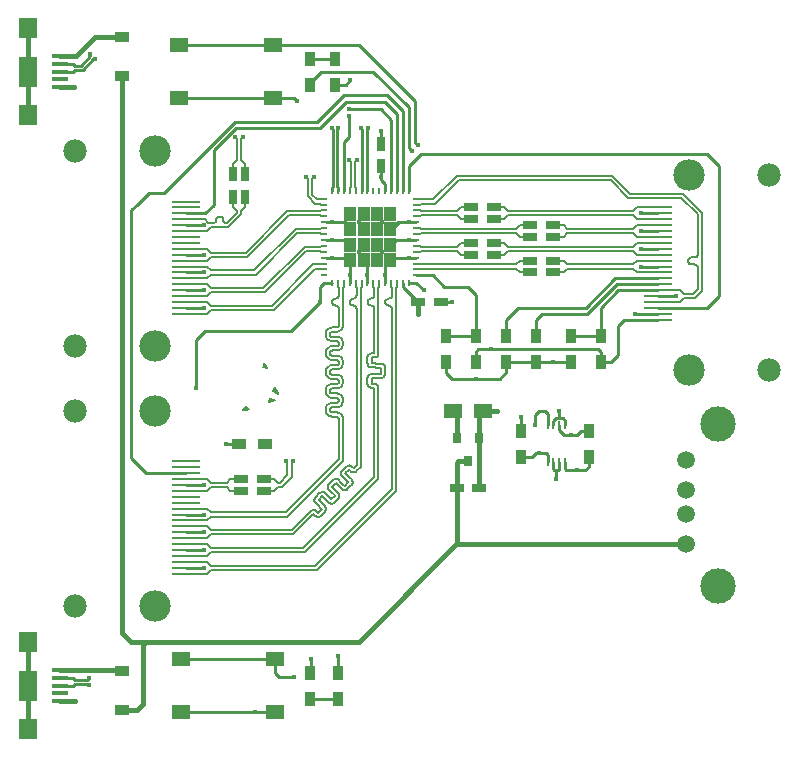
<source format=gbr>
G04 #@! TF.GenerationSoftware,KiCad,Pcbnew,(5.1.2)-2*
G04 #@! TF.CreationDate,2020-12-08T23:46:53+13:00*
G04 #@! TF.ProjectId,DPSwitch,44505377-6974-4636-982e-6b696361645f,rev?*
G04 #@! TF.SameCoordinates,Original*
G04 #@! TF.FileFunction,Copper,L1,Top*
G04 #@! TF.FilePolarity,Positive*
%FSLAX46Y46*%
G04 Gerber Fmt 4.6, Leading zero omitted, Abs format (unit mm)*
G04 Created by KiCad (PCBNEW (5.1.2)-2) date 2020-12-08 23:46:53*
%MOMM*%
%LPD*%
G04 APERTURE LIST*
%ADD10C,0.100000*%
%ADD11R,0.250000X0.750000*%
%ADD12R,0.900000X1.200000*%
%ADD13R,1.500000X1.250000*%
%ADD14R,1.200000X0.900000*%
%ADD15C,2.660000*%
%ADD16C,1.982000*%
%ADD17R,2.400000X0.280000*%
%ADD18R,0.800000X0.900000*%
%ADD19R,1.200000X0.750000*%
%ADD20R,1.447800X0.398780*%
%ADD21R,1.498600X2.499360*%
%ADD22R,1.498600X1.798320*%
%ADD23R,1.125000X1.300000*%
%ADD24O,0.240000X0.600000*%
%ADD25O,0.600000X0.240000*%
%ADD26R,1.550000X1.300000*%
%ADD27C,1.500000*%
%ADD28C,3.000000*%
%ADD29R,0.750000X1.200000*%
%ADD30C,0.450000*%
%ADD31C,0.250000*%
%ADD32C,0.400000*%
%ADD33C,0.152400*%
%ADD34C,0.228600*%
G04 APERTURE END LIST*
D10*
G36*
X81659000Y-75061000D02*
G01*
X81778000Y-74886000D01*
X81880000Y-74773000D01*
X82018000Y-74841000D01*
X82211000Y-74968000D01*
X82318000Y-75060000D01*
X82247000Y-75132000D01*
X82042000Y-75191000D01*
X81801000Y-75219000D01*
X81621000Y-75197000D01*
X81659000Y-75061000D01*
X81659000Y-75061000D01*
G37*
G36*
X83981000Y-74081000D02*
G01*
X84093000Y-74114000D01*
X84295000Y-74189000D01*
X84518000Y-74285000D01*
X84542000Y-74337000D01*
X84425000Y-74410000D01*
X84201000Y-74488000D01*
X83974000Y-74535000D01*
X83792000Y-74535000D01*
X83824000Y-74452000D01*
X83899000Y-74251000D01*
X83981000Y-74081000D01*
X83981000Y-74081000D01*
G37*
G36*
X84285000Y-73410000D02*
G01*
X84378000Y-73236000D01*
X84421000Y-73155000D01*
X84540000Y-73292000D01*
X84652000Y-73489000D01*
X84742000Y-73710000D01*
X84766000Y-73843000D01*
X84697000Y-73869000D01*
X84466000Y-73755000D01*
X84238000Y-73619000D01*
X84190000Y-73528000D01*
X84285000Y-73410000D01*
X84285000Y-73410000D01*
G37*
G36*
X83494000Y-71082000D02*
G01*
X83615000Y-71191000D01*
X83753000Y-71376000D01*
X83843000Y-71553000D01*
X83835000Y-71698000D01*
X83689000Y-71675000D01*
X83473000Y-71611000D01*
X83340000Y-71552000D01*
X83363000Y-71409000D01*
X83418000Y-71196000D01*
X83494000Y-71082000D01*
X83494000Y-71082000D01*
G37*
D11*
X107500000Y-79550000D03*
X108000000Y-79550000D03*
X108500000Y-79550000D03*
X109000000Y-79550000D03*
X109000000Y-76450000D03*
X108500000Y-76450000D03*
X108000000Y-76450000D03*
X107500000Y-76450000D03*
D12*
X87400000Y-99600000D03*
X87400000Y-97400000D03*
X87400000Y-45400000D03*
X87400000Y-47600000D03*
D13*
X102000000Y-75250000D03*
X99500000Y-75250000D03*
D14*
X71500000Y-100550000D03*
X71500000Y-97250000D03*
X71500000Y-43600000D03*
X71500000Y-46900000D03*
D15*
X74260000Y-69750000D03*
D16*
X67480000Y-69750000D03*
X67480000Y-53250000D03*
D15*
X74260000Y-53250000D03*
D17*
X76860000Y-57500000D03*
X76860000Y-58000000D03*
X76860000Y-58500000D03*
X76860000Y-59000000D03*
X76860000Y-59500000D03*
X76860000Y-60000000D03*
X76860000Y-60500000D03*
X76860000Y-61000000D03*
X76860000Y-61500000D03*
X76860000Y-62000000D03*
X76860000Y-62500000D03*
X76860000Y-63000000D03*
X76860000Y-63500000D03*
X76860000Y-64000000D03*
X76860000Y-64500000D03*
X76860000Y-65000000D03*
X76860000Y-65500000D03*
X76860000Y-66000000D03*
X76860000Y-66500000D03*
X76860000Y-67000000D03*
D18*
X101700000Y-77500000D03*
X99800000Y-77500000D03*
X100750000Y-79500000D03*
D14*
X83600000Y-78000000D03*
X81400000Y-78000000D03*
D19*
X101700000Y-81750000D03*
X99800000Y-81750000D03*
D12*
X89750000Y-99600000D03*
X89750000Y-97400000D03*
X89500000Y-47600000D03*
X89500000Y-45400000D03*
X105250000Y-79100000D03*
X105250000Y-76900000D03*
X111000000Y-76900000D03*
X111000000Y-79100000D03*
D20*
X66222880Y-45202060D03*
D21*
X63500000Y-46500000D03*
D22*
X63500000Y-50183000D03*
X63500000Y-42817000D03*
D20*
X66222880Y-47147700D03*
X66222880Y-47797940D03*
X66222880Y-45852300D03*
X66222880Y-46500000D03*
X66222880Y-97202060D03*
D21*
X63500000Y-98500000D03*
D22*
X63500000Y-102183000D03*
X63500000Y-94817000D03*
D20*
X66222880Y-99147700D03*
X66222880Y-99797940D03*
X66222880Y-97852300D03*
X66222880Y-98500000D03*
D23*
X90812500Y-58550000D03*
X90812500Y-59850000D03*
X90812500Y-61150000D03*
X90812500Y-62450000D03*
X91937500Y-58550000D03*
X91937500Y-59850000D03*
X91937500Y-61150000D03*
X91937500Y-62450000D03*
X93062500Y-58550000D03*
X93062500Y-59850000D03*
X93062500Y-61150000D03*
X93062500Y-62450000D03*
X94187500Y-58550000D03*
X94187500Y-59850000D03*
X94187500Y-61150000D03*
X94187500Y-62450000D03*
D24*
X95750000Y-64400000D03*
X95250000Y-64400000D03*
X94750000Y-64400000D03*
X94250000Y-64400000D03*
X93750000Y-64400000D03*
X93250000Y-64400000D03*
X92750000Y-64400000D03*
X92250000Y-64400000D03*
X91750000Y-64400000D03*
X91250000Y-64400000D03*
X90750000Y-64400000D03*
X90250000Y-64400000D03*
X89750000Y-64400000D03*
X89250000Y-64400000D03*
D25*
X88600000Y-63750000D03*
X88600000Y-63250000D03*
X88600000Y-62750000D03*
X88600000Y-62250000D03*
X88600000Y-61750000D03*
X88600000Y-61250000D03*
X88600000Y-60750000D03*
X88600000Y-60250000D03*
X88600000Y-59750000D03*
X88600000Y-59250000D03*
X88600000Y-58750000D03*
X88600000Y-58250000D03*
X88600000Y-57750000D03*
X88600000Y-57250000D03*
D24*
X89250000Y-56600000D03*
X89750000Y-56600000D03*
X90250000Y-56600000D03*
X90750000Y-56600000D03*
X91250000Y-56600000D03*
X91750000Y-56600000D03*
X92250000Y-56600000D03*
X92750000Y-56600000D03*
X93250000Y-56600000D03*
X93750000Y-56600000D03*
X94250000Y-56600000D03*
X94750000Y-56600000D03*
X95250000Y-56600000D03*
X95750000Y-56600000D03*
D25*
X96400000Y-57250000D03*
X96400000Y-57750000D03*
X96400000Y-58250000D03*
X96400000Y-58750000D03*
X96400000Y-59250000D03*
X96400000Y-59750000D03*
X96400000Y-60250000D03*
X96400000Y-60750000D03*
X96400000Y-61250000D03*
X96400000Y-61750000D03*
X96400000Y-62250000D03*
X96400000Y-62750000D03*
X96400000Y-63250000D03*
X96400000Y-63750000D03*
D26*
X84280000Y-44250000D03*
X84280000Y-48750000D03*
X76320000Y-48750000D03*
X76320000Y-44250000D03*
X76420000Y-100750000D03*
X76420000Y-96250000D03*
X84380000Y-96250000D03*
X84380000Y-100750000D03*
D12*
X109500000Y-68900000D03*
X109500000Y-71100000D03*
X106500000Y-68900000D03*
X106500000Y-71100000D03*
X104000000Y-68900000D03*
X104000000Y-71100000D03*
X112000000Y-71100000D03*
X112000000Y-68900000D03*
X98900000Y-68900000D03*
X98900000Y-71100000D03*
X101400000Y-71100000D03*
X101400000Y-68900000D03*
D27*
X119250000Y-79390000D03*
X119250000Y-81930000D03*
X119250000Y-83960000D03*
X119250000Y-86500000D03*
D28*
X121920000Y-76340000D03*
X121920000Y-90060000D03*
D19*
X107950000Y-63500000D03*
X106050000Y-63500000D03*
X102950000Y-62000000D03*
X101050000Y-62000000D03*
X107950000Y-60500000D03*
X106050000Y-60500000D03*
X102950000Y-59000000D03*
X101050000Y-59000000D03*
X102950000Y-58000000D03*
X101050000Y-58000000D03*
X107950000Y-62500000D03*
X106050000Y-62500000D03*
X102950000Y-61000000D03*
X101050000Y-61000000D03*
X107950000Y-59500000D03*
X106050000Y-59500000D03*
X98450000Y-66000000D03*
X96550000Y-66000000D03*
D29*
X93400000Y-52600000D03*
X93400000Y-54500000D03*
X80900000Y-55200000D03*
X80900000Y-57100000D03*
D19*
X83450000Y-81000000D03*
X81550000Y-81000000D03*
D29*
X81900000Y-55200000D03*
X81900000Y-57100000D03*
D19*
X83450000Y-82000000D03*
X81550000Y-82000000D03*
D15*
X119490000Y-55250000D03*
D16*
X126270000Y-55250000D03*
X126270000Y-71750000D03*
D15*
X119490000Y-71750000D03*
D17*
X116890000Y-67500000D03*
X116890000Y-67000000D03*
X116890000Y-66500000D03*
X116890000Y-66000000D03*
X116890000Y-65500000D03*
X116890000Y-65000000D03*
X116890000Y-64500000D03*
X116890000Y-64000000D03*
X116890000Y-63500000D03*
X116890000Y-63000000D03*
X116890000Y-62500000D03*
X116890000Y-62000000D03*
X116890000Y-61500000D03*
X116890000Y-61000000D03*
X116890000Y-60500000D03*
X116890000Y-60000000D03*
X116890000Y-59500000D03*
X116890000Y-59000000D03*
X116890000Y-58500000D03*
X116890000Y-58000000D03*
D15*
X74260000Y-91750000D03*
D16*
X67480000Y-91750000D03*
X67480000Y-75250000D03*
D15*
X74260000Y-75250000D03*
D17*
X76860000Y-79500000D03*
X76860000Y-80000000D03*
X76860000Y-80500000D03*
X76860000Y-81000000D03*
X76860000Y-81500000D03*
X76860000Y-82000000D03*
X76860000Y-82500000D03*
X76860000Y-83000000D03*
X76860000Y-83500000D03*
X76860000Y-84000000D03*
X76860000Y-84500000D03*
X76860000Y-85000000D03*
X76860000Y-85500000D03*
X76860000Y-86000000D03*
X76860000Y-86500000D03*
X76860000Y-87000000D03*
X76860000Y-87500000D03*
X76860000Y-88000000D03*
X76860000Y-88500000D03*
X76860000Y-89000000D03*
D30*
X91500000Y-61750000D03*
X93500000Y-61750000D03*
X93500000Y-59250000D03*
X91500000Y-59250000D03*
X115400000Y-60000000D03*
X115400000Y-58500000D03*
X115400000Y-61500000D03*
X115400000Y-63000000D03*
X78400000Y-59500000D03*
X78400000Y-62000000D03*
X78400000Y-63500000D03*
X78400000Y-65000000D03*
X78400000Y-66500000D03*
X78400000Y-84000000D03*
X78400000Y-85500000D03*
X78400000Y-87000000D03*
X78400000Y-88500000D03*
X89250000Y-62250000D03*
X89250000Y-60750000D03*
X89250000Y-59250000D03*
X78400000Y-81500000D03*
X118400000Y-65500000D03*
X93400000Y-51500000D03*
X99386802Y-66013198D03*
X101400000Y-72500000D03*
X108000000Y-71100000D03*
X114900000Y-67000000D03*
X89750000Y-96000000D03*
X90750000Y-47250000D03*
X90750000Y-63750000D03*
X92250000Y-63750000D03*
X93750000Y-63750000D03*
X95750000Y-59250000D03*
X95750000Y-60750000D03*
X95750000Y-62250000D03*
X83600000Y-78000000D03*
X67400000Y-47800000D03*
X63500000Y-46500000D03*
X63500000Y-42817000D03*
X63500000Y-50183000D03*
X63500000Y-98500000D03*
X63500000Y-94817000D03*
X63500000Y-102183000D03*
X67500000Y-99750000D03*
X103250000Y-75250000D03*
X101700000Y-80800000D03*
X110000000Y-80250000D03*
X105250000Y-75750000D03*
X93400000Y-55400000D03*
X102750000Y-70000000D03*
X88250000Y-66000000D03*
X96500000Y-67000000D03*
X86250000Y-49000000D03*
X77750000Y-73250000D03*
X86000000Y-97750000D03*
X99800000Y-76450000D03*
X106450000Y-76450000D03*
X87064028Y-55434445D03*
X85976600Y-79500000D03*
X87717228Y-55434445D03*
X85323400Y-79500000D03*
X89204515Y-51250000D03*
X68791060Y-45041060D03*
X89795485Y-51250000D03*
X69208940Y-45458940D03*
X90650000Y-50295485D03*
X90673400Y-54000000D03*
X81073400Y-52000000D03*
X91326600Y-54000000D03*
X81726600Y-52000000D03*
X90650000Y-49704515D03*
X80250000Y-78000000D03*
X91704515Y-51250000D03*
X68650000Y-97880665D03*
X92295485Y-51250000D03*
X68650000Y-98471635D03*
X96000000Y-53250000D03*
X97000000Y-65000000D03*
X108500000Y-75250000D03*
X87500000Y-96250000D03*
X108250000Y-81000000D03*
X82750000Y-100750000D03*
X109500000Y-77250000D03*
X96500000Y-52750000D03*
X106750000Y-78750000D03*
D31*
X90712500Y-62250000D02*
X90912500Y-62450000D01*
X90512500Y-60750000D02*
X90912500Y-61150000D01*
X90312500Y-59250000D02*
X90912500Y-59850000D01*
X94887500Y-59250000D02*
X94287500Y-59850000D01*
X94687500Y-60750000D02*
X94287500Y-61150000D01*
X94487500Y-62250000D02*
X94287500Y-62450000D01*
X90850000Y-62512500D02*
X90912500Y-62450000D01*
X116890000Y-60000000D02*
X115400000Y-60000000D01*
X116890000Y-58500000D02*
X115400000Y-58500000D01*
X116890000Y-61500000D02*
X115400000Y-61500000D01*
X116890000Y-63000000D02*
X115400000Y-63000000D01*
X76860000Y-59500000D02*
X78400000Y-59500000D01*
X76860000Y-62000000D02*
X78400000Y-62000000D01*
X76860000Y-63500000D02*
X78400000Y-63500000D01*
X76860000Y-65000000D02*
X78400000Y-65000000D01*
X76860000Y-66500000D02*
X78400000Y-66500000D01*
X76860000Y-84000000D02*
X78400000Y-84000000D01*
X76860000Y-85500000D02*
X78400000Y-85500000D01*
X76860000Y-87000000D02*
X78400000Y-87000000D01*
X76860000Y-88500000D02*
X78400000Y-88500000D01*
X96400000Y-62250000D02*
X95900000Y-62250000D01*
X96400000Y-60750000D02*
X95900000Y-60750000D01*
X96400000Y-59250000D02*
X95900000Y-59250000D01*
X89250000Y-62250000D02*
X90712500Y-62250000D01*
X88700000Y-62250000D02*
X89250000Y-62250000D01*
X89250000Y-60750000D02*
X90512500Y-60750000D01*
X88700000Y-60750000D02*
X89250000Y-60750000D01*
X89250000Y-59250000D02*
X90312500Y-59250000D01*
X88700000Y-59250000D02*
X89250000Y-59250000D01*
X76860000Y-81500000D02*
X78400000Y-81500000D01*
X116890000Y-65500000D02*
X118400000Y-65500000D01*
X93400000Y-52600000D02*
X93400000Y-51500000D01*
X98450000Y-66000000D02*
X99373604Y-66000000D01*
X99373604Y-66000000D02*
X99386802Y-66013198D01*
X104000000Y-71100000D02*
X106500000Y-71100000D01*
X104000000Y-71950000D02*
X104000000Y-71100000D01*
X103450000Y-72500000D02*
X104000000Y-71950000D01*
X98900000Y-72000000D02*
X99400000Y-72500000D01*
X98900000Y-71100000D02*
X98900000Y-72000000D01*
X101400000Y-72500000D02*
X103450000Y-72500000D01*
X99400000Y-72500000D02*
X101400000Y-72500000D01*
X108000000Y-71100000D02*
X109500000Y-71100000D01*
X106500000Y-71100000D02*
X108000000Y-71100000D01*
X116890000Y-67000000D02*
X114900000Y-67000000D01*
X89750000Y-97400000D02*
X89750000Y-96000000D01*
X89500000Y-47600000D02*
X90400000Y-47600000D01*
X90400000Y-47600000D02*
X90750000Y-47250000D01*
X90750000Y-62512500D02*
X90812500Y-62450000D01*
X90750000Y-63500000D02*
X90750000Y-63750000D01*
X90750000Y-63500000D02*
X90750000Y-62512500D01*
X90750000Y-64400000D02*
X90750000Y-63500000D01*
X92250000Y-62762500D02*
X91937500Y-62450000D01*
X92250000Y-64400000D02*
X92250000Y-63750000D01*
X92250000Y-63750000D02*
X92250000Y-62762500D01*
X93750000Y-62887500D02*
X94187500Y-62450000D01*
X93750000Y-64400000D02*
X93750000Y-63750000D01*
X93750000Y-63750000D02*
X93750000Y-62887500D01*
X95750000Y-59250000D02*
X94787500Y-59250000D01*
X95900000Y-59250000D02*
X95750000Y-59250000D01*
X95750000Y-60750000D02*
X94587500Y-60750000D01*
X95900000Y-60750000D02*
X95750000Y-60750000D01*
X95750000Y-62250000D02*
X94387500Y-62250000D01*
X95900000Y-62250000D02*
X95750000Y-62250000D01*
D32*
X66222880Y-47797940D02*
X67397940Y-47797940D01*
X67397940Y-47797940D02*
X67400000Y-47800000D01*
X101700000Y-75550000D02*
X102000000Y-75250000D01*
X101700000Y-77500000D02*
X101700000Y-75550000D01*
X63500000Y-46500000D02*
X63500000Y-50183000D01*
X63500000Y-42863320D02*
X63509323Y-42853997D01*
X63500000Y-46500000D02*
X63500000Y-42863320D01*
X63500000Y-98500000D02*
X63500000Y-102183000D01*
X63500000Y-98500000D02*
X63500000Y-94817000D01*
X66222880Y-99797940D02*
X67452060Y-99797940D01*
X67452060Y-99797940D02*
X67500000Y-99750000D01*
X102000000Y-75250000D02*
X103250000Y-75250000D01*
X101700000Y-80800000D02*
X101700000Y-81750000D01*
X101700000Y-77500000D02*
X101700000Y-80800000D01*
D31*
X109000000Y-80175000D02*
X109000000Y-79550000D01*
X109075000Y-80250000D02*
X109000000Y-80175000D01*
X111000000Y-79950000D02*
X110700000Y-80250000D01*
X111000000Y-79100000D02*
X111000000Y-79950000D01*
X110000000Y-80250000D02*
X109075000Y-80250000D01*
X110700000Y-80250000D02*
X110000000Y-80250000D01*
X105250000Y-76900000D02*
X105250000Y-75750000D01*
X73750000Y-80500000D02*
X73500000Y-80500000D01*
X76860000Y-80500000D02*
X73750000Y-80500000D01*
X73500000Y-80500000D02*
X72250000Y-79250000D01*
X72250000Y-58250000D02*
X73250000Y-57250000D01*
X72250000Y-79250000D02*
X72250000Y-58250000D01*
X73250000Y-57250000D02*
X72750000Y-57750000D01*
X95250000Y-49850000D02*
X95250000Y-56600000D01*
X73250000Y-57250000D02*
X73750000Y-56750000D01*
X93900000Y-48500000D02*
X95250000Y-49850000D01*
X73750000Y-56750000D02*
X75000000Y-56750000D01*
X75000000Y-56750000D02*
X81000000Y-50750000D01*
X81000000Y-50750000D02*
X88000000Y-50750000D01*
X88000000Y-50750000D02*
X90250000Y-48500000D01*
X90250000Y-48500000D02*
X93900000Y-48500000D01*
D33*
X88912816Y-75586826D02*
X89016040Y-75651686D01*
X88826613Y-75500623D02*
X88912816Y-75586826D01*
X89822200Y-65427800D02*
X89815253Y-65489448D01*
X89822200Y-64772200D02*
X89822200Y-65427800D01*
X89750000Y-64400000D02*
X89750000Y-64700000D01*
X89773722Y-75789260D02*
X89800195Y-75831391D01*
X89600000Y-74105600D02*
X89649444Y-74111171D01*
X88761753Y-75397399D02*
X88826613Y-75500623D01*
X89822200Y-72727800D02*
X89816628Y-72777244D01*
X89822200Y-74327800D02*
X89816628Y-74377244D01*
X89773722Y-74189260D02*
X89800195Y-74231391D01*
X88761753Y-73258200D02*
X88721489Y-73373269D01*
X88826613Y-68354976D02*
X88761753Y-68458200D01*
X89815253Y-65489448D02*
X89794763Y-65548006D01*
X89761756Y-66409159D02*
X89794763Y-66461689D01*
X89131109Y-68163649D02*
X89016040Y-68203913D01*
X89800195Y-75831391D02*
X89816628Y-75878355D01*
X89822200Y-66581896D02*
X89822200Y-67927800D01*
X89606800Y-66311794D02*
X89665358Y-66332284D01*
X78982201Y-83822200D02*
X78660001Y-83500000D01*
X89328547Y-66200536D02*
X89372415Y-66244404D01*
X89750000Y-64700000D02*
X89822200Y-64772200D01*
X89816628Y-67977244D02*
X89800195Y-68024208D01*
X89649444Y-75711171D02*
X89696408Y-75727604D01*
X89600000Y-68150000D02*
X89252252Y-68150000D01*
X88707840Y-75094412D02*
X88707840Y-75161187D01*
X89696408Y-74527995D02*
X89649444Y-74544428D01*
X89131109Y-75691950D02*
X89252252Y-75705600D01*
X89794763Y-66461689D02*
X89815253Y-66520247D01*
X89016040Y-75651686D02*
X89131109Y-75691950D01*
X88721489Y-74973269D02*
X88707840Y-75094412D01*
X89424945Y-65732284D02*
X89372415Y-65765291D01*
X89649444Y-72944428D02*
X89600000Y-72950000D01*
X89665358Y-65677411D02*
X89606800Y-65697901D01*
X88912816Y-69186826D02*
X89016040Y-69251686D01*
X89696408Y-75727604D02*
X89738539Y-75754077D01*
X89773722Y-68066339D02*
X89738539Y-68101522D01*
X78660001Y-83500000D02*
X76860000Y-83500000D01*
X89717888Y-65644404D02*
X89665358Y-65677411D01*
X89816628Y-75878355D02*
X89822200Y-75927800D01*
X89016040Y-69251686D02*
X89131109Y-69291950D01*
X89696408Y-74127604D02*
X89738539Y-74154077D01*
X89761756Y-65600536D02*
X89717888Y-65644404D01*
X89696408Y-72527604D02*
X89738539Y-72554077D01*
X88826613Y-74754976D02*
X88761753Y-74858200D01*
X88826613Y-73900623D02*
X88912816Y-73986826D01*
X89815253Y-66520247D02*
X89822200Y-66581896D01*
X88761753Y-73797399D02*
X88826613Y-73900623D01*
X89372415Y-65765291D02*
X89328547Y-65809159D01*
X89738539Y-72554077D02*
X89773722Y-72589260D01*
X89252252Y-74550000D02*
X89131109Y-74563649D01*
X89600000Y-74550000D02*
X89252252Y-74550000D01*
X89816628Y-74278355D02*
X89822200Y-74327800D01*
X89131109Y-72963649D02*
X89016040Y-73003913D01*
X89649444Y-72511171D02*
X89696408Y-72527604D01*
X89800195Y-72631391D02*
X89816628Y-72678355D01*
X89800195Y-72824208D02*
X89773722Y-72866339D01*
X89794763Y-65548006D02*
X89761756Y-65600536D01*
X89606800Y-65697901D02*
X89483503Y-65711794D01*
X89822200Y-75927800D02*
X89822200Y-79326352D01*
X89483503Y-65711794D02*
X89424945Y-65732284D01*
X89328547Y-65809159D02*
X89295540Y-65861689D01*
X89295540Y-65861689D02*
X89275050Y-65920247D01*
X89275050Y-65920247D02*
X89268104Y-65981896D01*
X89822200Y-79326352D02*
X85326352Y-83822200D01*
X89268104Y-65981896D02*
X89268104Y-66027800D01*
X85326352Y-83822200D02*
X78982201Y-83822200D01*
X89268104Y-66027800D02*
X89275050Y-66089448D01*
X89252252Y-75705600D02*
X89600000Y-75705600D01*
X89275050Y-66089448D02*
X89295540Y-66148006D01*
X89738539Y-75754077D02*
X89773722Y-75789260D01*
X89295540Y-66148006D02*
X89328547Y-66200536D01*
X89372415Y-66244404D02*
X89424945Y-66277411D01*
X89424945Y-66277411D02*
X89483503Y-66297901D01*
X89483503Y-66297901D02*
X89606800Y-66311794D01*
X89665358Y-66332284D02*
X89717888Y-66365291D01*
X89717888Y-66365291D02*
X89761756Y-66409159D01*
X89822200Y-67927800D02*
X89816628Y-67977244D01*
X89800195Y-68024208D02*
X89773722Y-68066339D01*
X89738539Y-68101522D02*
X89696408Y-68127995D01*
X89696408Y-68127995D02*
X89649444Y-68144428D01*
X89600000Y-75705600D02*
X89649444Y-75711171D01*
X89649444Y-68144428D02*
X89600000Y-68150000D01*
X89252252Y-68150000D02*
X89131109Y-68163649D01*
X89016040Y-68203913D02*
X88912816Y-68268773D01*
X88912816Y-68268773D02*
X88826613Y-68354976D01*
X88761753Y-68458200D02*
X88721489Y-68573269D01*
X88721489Y-68573269D02*
X88707840Y-68694412D01*
X88707840Y-68694412D02*
X88707840Y-68761187D01*
X88707840Y-68761187D02*
X88721489Y-68882330D01*
X88721489Y-68882330D02*
X88761753Y-68997399D01*
X88761753Y-68997399D02*
X88826613Y-69100623D01*
X88826613Y-69100623D02*
X88912816Y-69186826D01*
X89131109Y-69291950D02*
X89252252Y-69305600D01*
X89252252Y-69305600D02*
X89600000Y-69305600D01*
X89600000Y-69305600D02*
X89649444Y-69311171D01*
X89649444Y-69311171D02*
X89696408Y-69327604D01*
X89696408Y-69327604D02*
X89738539Y-69354077D01*
X89738539Y-69354077D02*
X89773722Y-69389260D01*
X89773722Y-69389260D02*
X89800195Y-69431391D01*
X89800195Y-69431391D02*
X89816628Y-69478355D01*
X89816628Y-69478355D02*
X89822200Y-69527800D01*
X89822200Y-69527800D02*
X89816628Y-69577244D01*
X89816628Y-69577244D02*
X89800195Y-69624208D01*
X89800195Y-69624208D02*
X89773722Y-69666339D01*
X89773722Y-69666339D02*
X89738539Y-69701522D01*
X89738539Y-69701522D02*
X89696408Y-69727995D01*
X89696408Y-69727995D02*
X89649444Y-69744428D01*
X89649444Y-69744428D02*
X89600000Y-69750000D01*
X89600000Y-69750000D02*
X89252252Y-69750000D01*
X89252252Y-69750000D02*
X89131109Y-69763649D01*
X89131109Y-69763649D02*
X89016040Y-69803913D01*
X89016040Y-69803913D02*
X88912816Y-69868773D01*
X88912816Y-69868773D02*
X88826613Y-69954976D01*
X88826613Y-69954976D02*
X88761753Y-70058200D01*
X88761753Y-70058200D02*
X88721489Y-70173269D01*
X88721489Y-70173269D02*
X88707840Y-70294412D01*
X88707840Y-70294412D02*
X88707840Y-70361187D01*
X88707840Y-70361187D02*
X88721489Y-70482330D01*
X88721489Y-70482330D02*
X88761753Y-70597399D01*
X88761753Y-70597399D02*
X88826613Y-70700623D01*
X88826613Y-70700623D02*
X88912816Y-70786826D01*
X88912816Y-70786826D02*
X89016040Y-70851686D01*
X89016040Y-70851686D02*
X89131109Y-70891950D01*
X89131109Y-70891950D02*
X89252252Y-70905600D01*
X89252252Y-70905600D02*
X89600000Y-70905600D01*
X89600000Y-70905600D02*
X89649444Y-70911171D01*
X89649444Y-70911171D02*
X89696408Y-70927604D01*
X89696408Y-70927604D02*
X89738539Y-70954077D01*
X89738539Y-70954077D02*
X89773722Y-70989260D01*
X89773722Y-70989260D02*
X89800195Y-71031391D01*
X89800195Y-71031391D02*
X89816628Y-71078355D01*
X89816628Y-71078355D02*
X89822200Y-71127800D01*
X89822200Y-71127800D02*
X89816628Y-71177244D01*
X89816628Y-71177244D02*
X89800195Y-71224208D01*
X89800195Y-71224208D02*
X89773722Y-71266339D01*
X89773722Y-71266339D02*
X89738539Y-71301522D01*
X89738539Y-71301522D02*
X89696408Y-71327995D01*
X89696408Y-71327995D02*
X89649444Y-71344428D01*
X89649444Y-71344428D02*
X89600000Y-71350000D01*
X89600000Y-71350000D02*
X89252252Y-71350000D01*
X89252252Y-71350000D02*
X89131109Y-71363649D01*
X89131109Y-71363649D02*
X89016040Y-71403913D01*
X89016040Y-71403913D02*
X88912816Y-71468773D01*
X88912816Y-71468773D02*
X88826613Y-71554976D01*
X88826613Y-71554976D02*
X88761753Y-71658200D01*
X88761753Y-71658200D02*
X88721489Y-71773269D01*
X88721489Y-71773269D02*
X88707840Y-71894412D01*
X88707840Y-71894412D02*
X88707840Y-71961187D01*
X88707840Y-71961187D02*
X88721489Y-72082330D01*
X88721489Y-72082330D02*
X88761753Y-72197399D01*
X88761753Y-72197399D02*
X88826613Y-72300623D01*
X88826613Y-72300623D02*
X88912816Y-72386826D01*
X88912816Y-72386826D02*
X89016040Y-72451686D01*
X89016040Y-72451686D02*
X89131109Y-72491950D01*
X89131109Y-72491950D02*
X89252252Y-72505600D01*
X89252252Y-72505600D02*
X89600000Y-72505600D01*
X89600000Y-72505600D02*
X89649444Y-72511171D01*
X89773722Y-72589260D02*
X89800195Y-72631391D01*
X89816628Y-72678355D02*
X89822200Y-72727800D01*
X89816628Y-72777244D02*
X89800195Y-72824208D01*
X89773722Y-72866339D02*
X89738539Y-72901522D01*
X89738539Y-72901522D02*
X89696408Y-72927995D01*
X89696408Y-72927995D02*
X89649444Y-72944428D01*
X89600000Y-72950000D02*
X89252252Y-72950000D01*
X89252252Y-72950000D02*
X89131109Y-72963649D01*
X89016040Y-73003913D02*
X88912816Y-73068773D01*
X88912816Y-73068773D02*
X88826613Y-73154976D01*
X88826613Y-73154976D02*
X88761753Y-73258200D01*
X88721489Y-73373269D02*
X88707840Y-73494412D01*
X88707840Y-73494412D02*
X88707840Y-73561187D01*
X88707840Y-73561187D02*
X88721489Y-73682330D01*
X88721489Y-73682330D02*
X88761753Y-73797399D01*
X88912816Y-73986826D02*
X89016040Y-74051686D01*
X89016040Y-74051686D02*
X89131109Y-74091950D01*
X89131109Y-74091950D02*
X89252252Y-74105600D01*
X89252252Y-74105600D02*
X89600000Y-74105600D01*
X89649444Y-74111171D02*
X89696408Y-74127604D01*
X89738539Y-74154077D02*
X89773722Y-74189260D01*
X89800195Y-74231391D02*
X89816628Y-74278355D01*
X89816628Y-74377244D02*
X89800195Y-74424208D01*
X89800195Y-74424208D02*
X89773722Y-74466339D01*
X89773722Y-74466339D02*
X89738539Y-74501522D01*
X89738539Y-74501522D02*
X89696408Y-74527995D01*
X89649444Y-74544428D02*
X89600000Y-74550000D01*
X89131109Y-74563649D02*
X89016040Y-74603913D01*
X89016040Y-74603913D02*
X88912816Y-74668773D01*
X88912816Y-74668773D02*
X88826613Y-74754976D01*
X88761753Y-74858200D02*
X88721489Y-74973269D01*
X88707840Y-75161187D02*
X88721489Y-75282330D01*
X88721489Y-75282330D02*
X88761753Y-75397399D01*
X89085444Y-68824208D02*
X89111917Y-68866339D01*
X90059026Y-69154976D02*
X90123886Y-69258200D01*
X78982201Y-84177800D02*
X78660001Y-84500000D01*
X89147100Y-68554077D02*
X89111917Y-68589260D01*
X85473648Y-84177800D02*
X78982201Y-84177800D01*
X90177800Y-79473648D02*
X85473648Y-84177800D01*
X89972823Y-68386826D02*
X89869599Y-68451686D01*
X90164150Y-75773269D02*
X90177800Y-75894412D01*
X90123886Y-75658200D02*
X90164150Y-75773269D01*
X89111917Y-68866339D02*
X89147100Y-68901522D01*
X89972823Y-75468773D02*
X90059026Y-75554976D01*
X89085444Y-68631391D02*
X89069011Y-68678355D01*
X89869599Y-75403913D02*
X89972823Y-75468773D01*
X90177800Y-67961187D02*
X90164150Y-68082330D01*
X89633387Y-75350000D02*
X89754530Y-75363649D01*
X89069011Y-75177244D02*
X89085444Y-75224208D01*
X89069011Y-75078355D02*
X89063440Y-75127800D01*
X89147100Y-74954077D02*
X89111917Y-74989260D01*
X89972823Y-74786826D02*
X89869599Y-74851686D01*
X90164150Y-74482330D02*
X90123886Y-74597399D01*
X90177800Y-74361187D02*
X90164150Y-74482330D01*
X90177800Y-74294412D02*
X90177800Y-74361187D01*
X90123886Y-74058200D02*
X90164150Y-74173269D01*
X89972823Y-73868773D02*
X90059026Y-73954976D01*
X89285640Y-73750000D02*
X89633387Y-73750000D01*
X89189231Y-73727995D02*
X89236195Y-73744428D01*
X89147100Y-73701522D02*
X89189231Y-73727995D01*
X89111917Y-73666339D02*
X89147100Y-73701522D01*
X89085444Y-73624208D02*
X89111917Y-73666339D01*
X89063440Y-73527800D02*
X89069011Y-73577244D01*
X89189231Y-73327604D02*
X89147100Y-73354077D01*
X89236195Y-73311171D02*
X89189231Y-73327604D01*
X89633387Y-73305600D02*
X89285640Y-73305600D01*
X89869599Y-73251686D02*
X89754530Y-73291950D01*
X90123886Y-72997399D02*
X90059026Y-73100623D01*
X90164150Y-72882330D02*
X90123886Y-72997399D01*
X90177800Y-72761187D02*
X90164150Y-72882330D01*
X90177800Y-72694412D02*
X90177800Y-72761187D01*
X90164150Y-72573269D02*
X90177800Y-72694412D01*
X90123886Y-72458200D02*
X90164150Y-72573269D01*
X90059026Y-72354976D02*
X90123886Y-72458200D01*
X89972823Y-72268773D02*
X90059026Y-72354976D01*
X89754530Y-72163649D02*
X89869599Y-72203913D01*
X89633387Y-72150000D02*
X89754530Y-72163649D01*
X89069011Y-73478355D02*
X89063440Y-73527800D01*
X89285640Y-72150000D02*
X89633387Y-72150000D01*
X89085444Y-75031391D02*
X89069011Y-75078355D01*
X89236195Y-72144428D02*
X89285640Y-72150000D01*
X89147100Y-73354077D02*
X89111917Y-73389260D01*
X89189231Y-72127995D02*
X89236195Y-72144428D01*
X89869599Y-73803913D02*
X89972823Y-73868773D01*
X89147100Y-72101522D02*
X89189231Y-72127995D01*
X89869599Y-74851686D02*
X89754530Y-74891950D01*
X89111917Y-72066339D02*
X89147100Y-72101522D01*
X89147100Y-75301522D02*
X89189231Y-75327995D01*
X89085444Y-72024208D02*
X89111917Y-72066339D01*
X89754530Y-73763649D02*
X89869599Y-73803913D01*
X89069011Y-71977244D02*
X89085444Y-72024208D01*
X89972823Y-73186826D02*
X89869599Y-73251686D01*
X89063440Y-71927800D02*
X89069011Y-71977244D01*
X89111917Y-73389260D02*
X89085444Y-73431391D01*
X89069011Y-71878355D02*
X89063440Y-71927800D01*
X89633387Y-74905600D02*
X89285640Y-74905600D01*
X89085444Y-71831391D02*
X89069011Y-71878355D01*
X90164150Y-69682330D02*
X90123886Y-69797399D01*
X90177800Y-69494412D02*
X90177800Y-69561187D01*
X90164150Y-69373269D02*
X90177800Y-69494412D01*
X90123886Y-69258200D02*
X90164150Y-69373269D01*
X89754530Y-73291950D02*
X89633387Y-73305600D01*
X90177800Y-71094412D02*
X90177800Y-71161187D01*
X89754530Y-74891950D02*
X89633387Y-74905600D01*
X89285640Y-71705600D02*
X89236195Y-71711171D01*
X89972823Y-69068773D02*
X90059026Y-69154976D01*
X89869599Y-69003913D02*
X89972823Y-69068773D01*
X90177800Y-75894412D02*
X90177800Y-79473648D01*
X89111917Y-68589260D02*
X89085444Y-68631391D01*
X89633387Y-68950000D02*
X89754530Y-68963649D01*
X89063440Y-75127800D02*
X89069011Y-75177244D01*
X89069011Y-70278355D02*
X89063440Y-70327800D01*
X89285640Y-68950000D02*
X89633387Y-68950000D01*
X90164150Y-70973269D02*
X90177800Y-71094412D01*
X89069011Y-68678355D02*
X89063440Y-68727800D01*
X89189231Y-68927995D02*
X89236195Y-68944428D01*
X89147100Y-68901522D02*
X89189231Y-68927995D01*
X89189231Y-71727604D02*
X89147100Y-71754077D01*
X89111917Y-74989260D02*
X89085444Y-75031391D01*
X89869599Y-70603913D02*
X89972823Y-70668773D01*
X89189231Y-74927604D02*
X89147100Y-74954077D01*
X89754530Y-70091950D02*
X89633387Y-70105600D01*
X89069011Y-68777244D02*
X89085444Y-68824208D01*
X89063440Y-68727800D02*
X89069011Y-68777244D01*
X90059026Y-75554976D02*
X90123886Y-75658200D01*
X89189231Y-68527604D02*
X89147100Y-68554077D01*
X90123886Y-68197399D02*
X90059026Y-68300623D01*
X90164150Y-68082330D02*
X90123886Y-68197399D01*
X89633387Y-68505600D02*
X89285640Y-68505600D01*
X78660001Y-84500000D02*
X76860000Y-84500000D01*
X90059026Y-73954976D02*
X90123886Y-74058200D01*
X89189231Y-70127604D02*
X89147100Y-70154077D01*
X90177800Y-69561187D02*
X90164150Y-69682330D01*
X89754530Y-75363649D02*
X89869599Y-75403913D01*
X89147100Y-70154077D02*
X89111917Y-70189260D01*
X89754530Y-68963649D02*
X89869599Y-69003913D01*
X89085444Y-75224208D02*
X89111917Y-75266339D01*
X89869599Y-71651686D02*
X89754530Y-71691950D01*
X90177800Y-64772200D02*
X90177800Y-67961187D01*
X90250000Y-64400000D02*
X90250000Y-64700000D01*
X89189231Y-75327995D02*
X89236195Y-75344428D01*
X89285640Y-70105600D02*
X89236195Y-70111171D01*
X90250000Y-64700000D02*
X90177800Y-64772200D01*
X89754530Y-68491950D02*
X89633387Y-68505600D01*
X90059026Y-73100623D02*
X89972823Y-73186826D01*
X89869599Y-70051686D02*
X89754530Y-70091950D01*
X89236195Y-68944428D02*
X89285640Y-68950000D01*
X90123886Y-74597399D02*
X90059026Y-74700623D01*
X90177800Y-71161187D02*
X90164150Y-71282330D01*
X90059026Y-68300623D02*
X89972823Y-68386826D01*
X89633387Y-73750000D02*
X89754530Y-73763649D01*
X90123886Y-70858200D02*
X90164150Y-70973269D01*
X89085444Y-73431391D02*
X89069011Y-73478355D01*
X89189231Y-70527995D02*
X89236195Y-70544428D01*
X89869599Y-68451686D02*
X89754530Y-68491950D01*
X89236195Y-68511171D02*
X89189231Y-68527604D01*
X89285640Y-68505600D02*
X89236195Y-68511171D01*
X89236195Y-74911171D02*
X89189231Y-74927604D01*
X89633387Y-71705600D02*
X89285640Y-71705600D01*
X90123886Y-69797399D02*
X90059026Y-69900623D01*
X89285640Y-74905600D02*
X89236195Y-74911171D01*
X90059026Y-69900623D02*
X89972823Y-69986826D01*
X89972823Y-69986826D02*
X89869599Y-70051686D01*
X89633387Y-70105600D02*
X89285640Y-70105600D01*
X89236195Y-70111171D02*
X89189231Y-70127604D01*
X89069011Y-73577244D02*
X89085444Y-73624208D01*
X89111917Y-70189260D02*
X89085444Y-70231391D01*
X89085444Y-70231391D02*
X89069011Y-70278355D01*
X89063440Y-70327800D02*
X89069011Y-70377244D01*
X89236195Y-75344428D02*
X89285640Y-75350000D01*
X89069011Y-70377244D02*
X89085444Y-70424208D01*
X89085444Y-70424208D02*
X89111917Y-70466339D01*
X90164150Y-74173269D02*
X90177800Y-74294412D01*
X89111917Y-70466339D02*
X89147100Y-70501522D01*
X89147100Y-70501522D02*
X89189231Y-70527995D01*
X89285640Y-73305600D02*
X89236195Y-73311171D01*
X89236195Y-70544428D02*
X89285640Y-70550000D01*
X89285640Y-70550000D02*
X89633387Y-70550000D01*
X89633387Y-70550000D02*
X89754530Y-70563649D01*
X89754530Y-70563649D02*
X89869599Y-70603913D01*
X89869599Y-72203913D02*
X89972823Y-72268773D01*
X89972823Y-70668773D02*
X90059026Y-70754976D01*
X89236195Y-73744428D02*
X89285640Y-73750000D01*
X90059026Y-70754976D02*
X90123886Y-70858200D01*
X90059026Y-74700623D02*
X89972823Y-74786826D01*
X90164150Y-71282330D02*
X90123886Y-71397399D01*
X90123886Y-71397399D02*
X90059026Y-71500623D01*
X90059026Y-71500623D02*
X89972823Y-71586826D01*
X89972823Y-71586826D02*
X89869599Y-71651686D01*
X89754530Y-71691950D02*
X89633387Y-71705600D01*
X89236195Y-71711171D02*
X89189231Y-71727604D01*
X89111917Y-75266339D02*
X89147100Y-75301522D01*
X89147100Y-71754077D02*
X89111917Y-71789260D01*
X89285640Y-75350000D02*
X89633387Y-75350000D01*
X89111917Y-71789260D02*
X89085444Y-71831391D01*
X78660001Y-85000000D02*
X76860000Y-85000000D01*
X78982201Y-85322200D02*
X78660001Y-85000000D01*
X85826352Y-85322200D02*
X78982201Y-85322200D01*
X87428722Y-83719832D02*
X85826352Y-85322200D01*
X87443252Y-83705301D02*
X87428722Y-83719832D01*
X87501911Y-83658523D02*
X87443252Y-83705301D01*
X87569508Y-83625970D02*
X87501911Y-83658523D01*
X87642655Y-83609275D02*
X87569508Y-83625970D01*
X87717683Y-83609275D02*
X87642655Y-83609275D01*
X87790830Y-83625970D02*
X87717683Y-83609275D01*
X87858429Y-83658522D02*
X87790830Y-83625970D01*
X87917088Y-83705301D02*
X87858429Y-83658522D01*
X87931616Y-83719832D02*
X87917088Y-83705301D01*
X88057340Y-83845556D02*
X87931616Y-83719832D01*
X88371579Y-83531316D02*
X88057340Y-83845556D01*
X88245854Y-83405594D02*
X88371579Y-83531316D01*
X88120132Y-83279869D02*
X88245854Y-83405594D01*
X88120129Y-83279869D02*
X88120132Y-83279869D01*
X87854153Y-83013893D02*
X88120129Y-83279869D01*
X87807374Y-82955233D02*
X87854153Y-83013893D01*
X87774820Y-82887636D02*
X87807374Y-82955233D01*
X87758125Y-82814489D02*
X87774820Y-82887636D01*
X87758125Y-82739461D02*
X87758125Y-82814489D01*
X87774820Y-82666314D02*
X87758125Y-82739461D01*
X87807374Y-82598716D02*
X87774820Y-82666314D01*
X87854153Y-82540057D02*
X87807374Y-82598716D01*
X88182921Y-82211290D02*
X87854153Y-82540057D01*
X88197450Y-82196760D02*
X88182921Y-82211290D01*
X88256109Y-82149981D02*
X88197450Y-82196760D01*
X88889494Y-81683120D02*
X88906189Y-81756267D01*
X88906189Y-81534945D02*
X88889494Y-81608092D01*
X89251501Y-82148500D02*
X89377223Y-82274225D01*
X89942908Y-81205644D02*
X89802654Y-81065391D01*
X90875364Y-79887244D02*
X90807766Y-79854690D01*
X90508592Y-81142856D02*
X90634317Y-81268578D01*
X89314290Y-81079921D02*
X88985522Y-81408688D01*
X90768105Y-66027800D02*
X90775051Y-66089448D01*
X89802654Y-81065391D02*
X89743995Y-81018612D01*
X90924945Y-66277410D02*
X90983503Y-66297900D01*
X89743995Y-81018612D02*
X89676397Y-80986059D01*
X89502948Y-82399947D02*
X89188709Y-82714187D01*
X89528223Y-80969364D02*
X89455076Y-80986059D01*
X90586444Y-79854690D02*
X90518847Y-79887244D01*
X91217888Y-65644404D02*
X91165359Y-65677410D01*
X91294763Y-66461687D02*
X91315253Y-66520245D01*
X91261757Y-66409158D02*
X91294763Y-66461687D01*
X91322200Y-65427800D02*
X91315253Y-65489448D01*
X88938743Y-81467347D02*
X88906189Y-81534945D01*
X90659591Y-79837995D02*
X90586444Y-79854690D01*
X91165359Y-66332283D02*
X91217888Y-66365289D01*
X88938743Y-81823864D02*
X88985522Y-81882524D01*
X91250000Y-64400000D02*
X91250000Y-64700000D01*
X91250000Y-64700000D02*
X91322200Y-64772200D01*
X91322200Y-64772200D02*
X91322200Y-65427800D01*
X91315253Y-65489448D02*
X91294763Y-65548006D01*
X91294763Y-65548006D02*
X91261757Y-65600535D01*
X91261757Y-65600535D02*
X91217888Y-65644404D01*
X91165359Y-65677410D02*
X91106801Y-65697900D01*
X91106801Y-65697900D02*
X90983503Y-65711793D01*
X90983503Y-65711793D02*
X90924945Y-65732283D01*
X90924945Y-65732283D02*
X90872416Y-65765289D01*
X90872416Y-65765289D02*
X90828547Y-65809158D01*
X90828547Y-65809158D02*
X90795541Y-65861687D01*
X90795541Y-65861687D02*
X90775051Y-65920245D01*
X90775051Y-65920245D02*
X90768105Y-65981894D01*
X90768105Y-65981894D02*
X90768105Y-66027800D01*
X90775051Y-66089448D02*
X90795541Y-66148006D01*
X90795541Y-66148006D02*
X90828547Y-66200535D01*
X90828547Y-66200535D02*
X90872416Y-66244404D01*
X90872416Y-66244404D02*
X90924945Y-66277410D01*
X90983503Y-66297900D02*
X91106801Y-66311793D01*
X91106801Y-66311793D02*
X91165359Y-66332283D01*
X91217888Y-66365289D02*
X91261757Y-66409158D01*
X91315253Y-66520245D02*
X91322200Y-66581894D01*
X91322200Y-66581894D02*
X91322200Y-79826352D01*
X91322200Y-79826352D02*
X91074276Y-80074276D01*
X91074276Y-80074276D02*
X90934023Y-79934023D01*
X90934023Y-79934023D02*
X90875364Y-79887244D01*
X90807766Y-79854690D02*
X90734619Y-79837995D01*
X90734619Y-79837995D02*
X90659591Y-79837995D01*
X90518847Y-79887244D02*
X90460187Y-79934023D01*
X90460187Y-79934023D02*
X90116890Y-80277319D01*
X90116890Y-80277319D02*
X90070111Y-80335978D01*
X90070111Y-80335978D02*
X90037557Y-80403576D01*
X90037557Y-80403576D02*
X90020862Y-80476723D01*
X90020862Y-80476723D02*
X90020862Y-80551751D01*
X90020862Y-80551751D02*
X90037557Y-80624898D01*
X90037557Y-80624898D02*
X90070111Y-80692495D01*
X90070111Y-80692495D02*
X90116890Y-80751155D01*
X90116890Y-80751155D02*
X90382866Y-81017131D01*
X90382866Y-81017131D02*
X90382870Y-81017131D01*
X90382870Y-81017131D02*
X90508592Y-81142856D01*
X90634317Y-81268578D02*
X90320078Y-81582818D01*
X90320078Y-81582818D02*
X90194354Y-81457094D01*
X90194354Y-81457094D02*
X89942908Y-81205644D01*
X89676397Y-80986059D02*
X89603251Y-80969364D01*
X89603251Y-80969364D02*
X89528223Y-80969364D01*
X89455076Y-80986059D02*
X89387478Y-81018612D01*
X89387478Y-81018612D02*
X89328819Y-81065391D01*
X89328819Y-81065391D02*
X89314290Y-81079921D01*
X88985522Y-81408688D02*
X88938743Y-81467347D01*
X88889494Y-81608092D02*
X88889494Y-81683120D01*
X88906189Y-81756267D02*
X88938743Y-81823864D01*
X88985522Y-81882524D02*
X89251498Y-82148500D01*
X89251498Y-82148500D02*
X89251501Y-82148500D01*
X89377223Y-82274225D02*
X89502948Y-82399947D01*
X89188709Y-82714187D02*
X89062985Y-82588463D01*
X89062985Y-82588463D02*
X88811539Y-82337013D01*
X88811539Y-82337013D02*
X88671285Y-82196760D01*
X88671285Y-82196760D02*
X88612626Y-82149981D01*
X88612626Y-82149981D02*
X88545028Y-82117428D01*
X88545028Y-82117428D02*
X88471882Y-82100733D01*
X88471882Y-82100733D02*
X88396854Y-82100733D01*
X88396854Y-82100733D02*
X88323707Y-82117428D01*
X88323707Y-82117428D02*
X88256109Y-82149981D01*
X85973648Y-85677800D02*
X78982201Y-85677800D01*
X87680170Y-83971280D02*
X85973648Y-85677800D01*
X87879083Y-84158310D02*
X87820422Y-84111532D01*
X87946679Y-84190865D02*
X87879083Y-84158310D01*
X88168001Y-84190865D02*
X88094854Y-84207560D01*
X88294258Y-84111532D02*
X88235599Y-84158311D01*
X88623026Y-83782763D02*
X88294258Y-84111532D01*
X88637555Y-83768235D02*
X88623026Y-83782763D01*
X88684334Y-83709576D02*
X88637555Y-83768235D01*
X88716888Y-83641977D02*
X88684334Y-83709576D01*
X88733581Y-83568832D02*
X88716888Y-83641977D01*
X88733581Y-83493804D02*
X88733581Y-83568832D01*
X88716887Y-83420657D02*
X88733581Y-83493804D01*
X88637554Y-83294401D02*
X88684333Y-83353060D01*
X88434368Y-82462737D02*
X88120129Y-82776975D01*
X88685815Y-82714184D02*
X88434368Y-82462737D01*
X88685815Y-82714187D02*
X88685815Y-82714184D01*
X88951791Y-82980163D02*
X88685815Y-82714187D01*
X89010452Y-83026941D02*
X88951791Y-82980163D01*
X89078048Y-83059496D02*
X89010452Y-83026941D01*
X89151195Y-83076191D02*
X89078048Y-83059496D01*
X89226223Y-83076191D02*
X89151195Y-83076191D01*
X89299370Y-83059496D02*
X89226223Y-83076191D01*
X89366968Y-83026942D02*
X89299370Y-83059496D01*
X89754395Y-82651394D02*
X89425627Y-82980163D01*
X89768924Y-82636866D02*
X89754395Y-82651394D01*
X89815703Y-82578207D02*
X89768924Y-82636866D01*
X89848257Y-82510608D02*
X89815703Y-82578207D01*
X89864950Y-82437463D02*
X89848257Y-82510608D01*
X89864950Y-82362435D02*
X89864950Y-82437463D01*
X89848256Y-82289288D02*
X89864950Y-82362435D01*
X89815702Y-82221691D02*
X89848256Y-82289288D01*
X89251498Y-81645606D02*
X89768923Y-82163032D01*
X89817184Y-81582815D02*
X89565737Y-81331368D01*
X87820422Y-84111532D02*
X87680170Y-83971280D01*
X90822829Y-80325723D02*
X90697105Y-80199999D01*
X88019826Y-84207560D02*
X87946679Y-84190865D01*
X90837358Y-80340253D02*
X90822829Y-80325723D01*
X90947071Y-81090322D02*
X90979625Y-81157919D01*
X89425627Y-82980163D02*
X89366968Y-83026942D01*
X90896017Y-80387032D02*
X90837358Y-80340253D01*
X88120129Y-82776975D02*
X88637554Y-83294401D01*
X90634315Y-80765686D02*
X90760040Y-80891408D01*
X91036762Y-80436280D02*
X90963615Y-80419585D01*
X90947072Y-81446838D02*
X90900293Y-81505497D01*
X90282564Y-81944822D02*
X90209417Y-81928127D01*
X89768923Y-82163032D02*
X89815702Y-82221691D01*
X91111790Y-80436280D02*
X91036762Y-80436280D01*
X90996319Y-81306094D02*
X90979626Y-81379239D01*
X90498337Y-81895573D02*
X90430739Y-81928127D01*
X88235599Y-84158311D02*
X88168001Y-84190865D01*
X91184937Y-80419585D02*
X91111790Y-80436280D01*
X90979625Y-81157919D02*
X90996319Y-81231066D01*
X90697105Y-80199999D02*
X90382867Y-80514237D01*
X89565737Y-81331368D02*
X89251498Y-81645606D01*
X91750000Y-64700000D02*
X91677800Y-64772200D01*
X90430739Y-81928127D02*
X90357592Y-81944822D01*
X91750000Y-64400000D02*
X91750000Y-64700000D01*
X88094854Y-84207560D02*
X88019826Y-84207560D01*
X91677800Y-64772200D02*
X91677800Y-79973648D01*
X88684333Y-83353060D02*
X88716887Y-83420657D01*
X91677800Y-79973648D02*
X91311194Y-80340253D01*
X90357592Y-81944822D02*
X90282564Y-81944822D01*
X91252534Y-80387032D02*
X91184937Y-80419585D01*
X90382867Y-80514237D02*
X90634315Y-80765686D01*
X90760040Y-80891408D02*
X90900292Y-81031663D01*
X90083160Y-81848794D02*
X89817184Y-81582818D01*
X90900292Y-81031663D02*
X90947071Y-81090322D01*
X90996319Y-81231066D02*
X90996319Y-81306094D01*
X91311194Y-80340253D02*
X91252534Y-80387032D01*
X90979626Y-81379239D02*
X90947072Y-81446838D01*
X90900293Y-81505497D02*
X90885764Y-81520025D01*
X90209417Y-81928127D02*
X90141821Y-81895572D01*
X90963615Y-80419585D02*
X90896017Y-80387032D01*
X90885764Y-81520025D02*
X90556996Y-81848794D01*
X90556996Y-81848794D02*
X90498337Y-81895573D01*
X90141821Y-81895572D02*
X90083160Y-81848794D01*
X89817184Y-81582818D02*
X89817184Y-81582815D01*
X78982201Y-85677800D02*
X78660001Y-86000000D01*
X78660001Y-86000000D02*
X76860000Y-86000000D01*
X78660001Y-86500000D02*
X76860000Y-86500000D01*
X78982201Y-86822200D02*
X78660001Y-86500000D01*
X86826352Y-86822200D02*
X78982201Y-86822200D01*
X92822200Y-73295373D02*
X92822200Y-80826352D01*
X92821689Y-73290839D02*
X92822200Y-73295373D01*
X92820182Y-73286533D02*
X92821689Y-73290839D01*
X92817755Y-73282670D02*
X92820182Y-73286533D01*
X92814529Y-73279444D02*
X92817755Y-73282670D01*
X92822200Y-65427800D02*
X92815253Y-65489449D01*
X92295532Y-65861695D02*
X92275042Y-65920254D01*
X93394330Y-72057866D02*
X93391903Y-72061729D01*
X92523473Y-73266118D02*
X92602301Y-73275000D01*
X92325338Y-71414794D02*
X92381431Y-71470887D01*
X92822200Y-80826352D02*
X86826352Y-86822200D01*
X92822200Y-64772200D02*
X92822200Y-65427800D01*
X92448598Y-71513091D02*
X92523473Y-71539291D01*
X92602301Y-70342573D02*
X92523473Y-70351454D01*
X92815253Y-66520254D02*
X92822200Y-66581904D01*
X92268096Y-66027800D02*
X92275042Y-66089449D01*
X92822200Y-70322200D02*
X92821689Y-70326733D01*
X92256934Y-70617993D02*
X92248053Y-70696821D01*
X93375974Y-71575000D02*
X93380508Y-71575510D01*
X92328540Y-65809164D02*
X92295532Y-65861695D01*
X92810666Y-73277017D02*
X92814529Y-73279444D01*
X92381431Y-73197714D02*
X92448598Y-73239918D01*
X92248053Y-71193924D02*
X92256934Y-71272752D01*
X92483498Y-66297905D02*
X92606797Y-66311798D01*
X92424939Y-66277415D02*
X92483498Y-66297905D01*
X92822200Y-66581904D02*
X92822200Y-70322200D01*
X92283134Y-73074454D02*
X92325338Y-73141621D01*
X92761755Y-66409164D02*
X92794763Y-66461695D01*
X92381431Y-70419858D02*
X92325338Y-70475951D01*
X92523473Y-71539291D02*
X92602301Y-71548173D01*
X92806360Y-70342062D02*
X92801827Y-70342573D01*
X92817755Y-70334902D02*
X92814529Y-70338128D01*
X92523473Y-70351454D02*
X92448598Y-70377654D01*
X92602301Y-71548173D02*
X93000000Y-71548173D01*
X92256934Y-72999579D02*
X92283134Y-73074454D01*
X92761755Y-65600539D02*
X92717887Y-65644407D01*
X92794763Y-65548008D02*
X92761755Y-65600539D01*
X92483498Y-65711798D02*
X92424939Y-65732288D01*
X93396347Y-71595373D02*
X93396347Y-72049027D01*
X92801827Y-70342573D02*
X92602301Y-70342573D01*
X92606797Y-66311798D02*
X92665356Y-66332288D01*
X92717887Y-65644407D02*
X92665356Y-65677415D01*
X92750000Y-64700000D02*
X92822200Y-64772200D01*
X93388677Y-71579444D02*
X93391903Y-71582670D01*
X92295532Y-66148008D02*
X92328540Y-66200539D01*
X92523473Y-72078281D02*
X92448598Y-72104481D01*
X92328540Y-66200539D02*
X92372408Y-66244407D01*
X92256934Y-72344820D02*
X92248053Y-72423648D01*
X93391903Y-72061729D02*
X93388677Y-72064955D01*
X92665356Y-65677415D02*
X92606797Y-65697905D01*
X92806360Y-73275510D02*
X92810666Y-73277017D01*
X92606797Y-65697905D02*
X92483498Y-65711798D01*
X92424939Y-65732288D02*
X92372408Y-65765296D01*
X93000000Y-71548173D02*
X93000000Y-71575000D01*
X92248053Y-70696821D02*
X92248053Y-71193924D01*
X92372408Y-65765296D02*
X92328540Y-65809164D01*
X92275042Y-65920254D02*
X92268096Y-65981904D01*
X92268096Y-65981904D02*
X92268096Y-66027800D01*
X92381431Y-71470887D02*
X92448598Y-71513091D01*
X92448598Y-73239918D02*
X92523473Y-73266118D01*
X92275042Y-66089449D02*
X92295532Y-66148008D01*
X92372408Y-66244407D02*
X92424939Y-66277415D01*
X92665356Y-66332288D02*
X92717887Y-66365296D01*
X92717887Y-66365296D02*
X92761755Y-66409164D01*
X92794763Y-66461695D02*
X92815253Y-66520254D01*
X92821689Y-70326733D02*
X92820182Y-70331039D01*
X92820182Y-70331039D02*
X92817755Y-70334902D01*
X92814529Y-70338128D02*
X92810666Y-70340555D01*
X92810666Y-70340555D02*
X92806360Y-70342062D01*
X92448598Y-70377654D02*
X92381431Y-70419858D01*
X92325338Y-70475951D02*
X92283134Y-70543118D01*
X92283134Y-70543118D02*
X92256934Y-70617993D01*
X92256934Y-71272752D02*
X92283134Y-71347627D01*
X92815253Y-65489449D02*
X92794763Y-65548008D01*
X92283134Y-71347627D02*
X92325338Y-71414794D01*
X93000000Y-71575000D02*
X93375974Y-71575000D01*
X92750000Y-64400000D02*
X92750000Y-64700000D01*
X93380508Y-71575510D02*
X93384814Y-71577017D01*
X93395837Y-72053560D02*
X93394330Y-72057866D01*
X93384814Y-71577017D02*
X93388677Y-71579444D01*
X93396347Y-72049027D02*
X93395837Y-72053560D01*
X93391903Y-71582670D02*
X93394330Y-71586533D01*
X93375974Y-72069400D02*
X92602301Y-72069400D01*
X93394330Y-71586533D02*
X93395837Y-71590839D01*
X92325338Y-73141621D02*
X92381431Y-73197714D01*
X93395837Y-71590839D02*
X93396347Y-71595373D01*
X93388677Y-72064955D02*
X93384814Y-72067382D01*
X93384814Y-72067382D02*
X93380508Y-72068889D01*
X93380508Y-72068889D02*
X93375974Y-72069400D01*
X92602301Y-72069400D02*
X92523473Y-72078281D01*
X92448598Y-72104481D02*
X92381431Y-72146685D01*
X92381431Y-72146685D02*
X92325338Y-72202778D01*
X92325338Y-72202778D02*
X92283134Y-72269945D01*
X92283134Y-72269945D02*
X92256934Y-72344820D01*
X92248053Y-72423648D02*
X92248053Y-72920751D01*
X92248053Y-72920751D02*
X92256934Y-72999579D01*
X92602301Y-73275000D02*
X92801827Y-73275000D01*
X92801827Y-73275000D02*
X92806360Y-73275510D01*
X93168918Y-70422752D02*
X93142718Y-70497627D01*
X93177800Y-80973648D02*
X89678088Y-84473356D01*
X93177800Y-73273648D02*
X93177800Y-80973648D01*
X93044421Y-70620887D02*
X92977254Y-70663091D01*
X93168918Y-73194820D02*
X93177800Y-73273648D01*
X92604163Y-70714012D02*
X92603653Y-70718546D01*
X93100514Y-73052778D02*
X93142718Y-73119945D01*
X92977254Y-72954481D02*
X93044421Y-72996685D01*
X92823551Y-72919400D02*
X92902379Y-72928281D01*
X92624026Y-72919400D02*
X92823551Y-72919400D01*
X92619492Y-72918889D02*
X92624026Y-72919400D01*
X92615186Y-72917382D02*
X92619492Y-72918889D01*
X93177800Y-70343924D02*
X93168918Y-70422752D01*
X92611323Y-72914955D02*
X92615186Y-72917382D01*
X92603653Y-72445373D02*
X92603653Y-72899027D01*
X93250000Y-64700000D02*
X93177800Y-64772200D01*
X92624026Y-72425000D02*
X92619492Y-72425510D01*
X93551402Y-72389918D02*
X93476527Y-72416118D01*
X93618569Y-72347714D02*
X93551402Y-72389918D01*
X93674662Y-72291621D02*
X93618569Y-72347714D01*
X86973648Y-87177800D02*
X78982201Y-87177800D01*
X93716866Y-72224454D02*
X93674662Y-72291621D01*
X93743066Y-72149579D02*
X93716866Y-72224454D01*
X93751947Y-72070751D02*
X93743066Y-72149579D01*
X93751947Y-71573648D02*
X93751947Y-72070751D01*
X92608097Y-70705843D02*
X92605670Y-70709706D01*
X92604163Y-72903560D02*
X92605670Y-72907866D01*
X78982201Y-87177800D02*
X78660001Y-87500000D01*
X92615186Y-70700190D02*
X92611323Y-70702617D01*
X92624026Y-70698173D02*
X92619492Y-70698683D01*
X92823551Y-70698173D02*
X92624026Y-70698173D01*
X93674662Y-71352778D02*
X93716866Y-71419945D01*
X92608097Y-72432670D02*
X92605670Y-72436533D01*
X92608097Y-72911729D02*
X92611323Y-72914955D01*
X92977254Y-70663091D02*
X92902379Y-70689291D01*
X92624026Y-71192573D02*
X93000000Y-71192573D01*
X93100514Y-70564794D02*
X93044421Y-70620887D01*
X92611323Y-70702617D02*
X92608097Y-70705843D01*
X92615186Y-72427017D02*
X92611323Y-72429444D01*
X92604163Y-72440839D02*
X92603653Y-72445373D01*
X93044421Y-72996685D02*
X93100514Y-73052778D01*
X93000000Y-71219400D02*
X93397699Y-71219400D01*
X92603653Y-70718546D02*
X92603653Y-71172200D01*
X92619492Y-72425510D02*
X92615186Y-72427017D01*
X92619492Y-70698683D02*
X92615186Y-70700190D01*
X92611323Y-71188128D02*
X92615186Y-71190555D01*
X93397699Y-72425000D02*
X92624026Y-72425000D01*
X93476527Y-71228281D02*
X93551402Y-71254481D01*
X93250000Y-64400000D02*
X93250000Y-64700000D01*
X93177800Y-64772200D02*
X93177800Y-70343924D01*
X92604163Y-71176733D02*
X92605670Y-71181039D01*
X93743066Y-71494820D02*
X93751947Y-71573648D01*
X93142718Y-70497627D02*
X93100514Y-70564794D01*
X92605670Y-72907866D02*
X92608097Y-72911729D01*
X93397699Y-71219400D02*
X93476527Y-71228281D01*
X92605670Y-70709706D02*
X92604163Y-70714012D01*
X92605670Y-71181039D02*
X92608097Y-71184902D01*
X92608097Y-71184902D02*
X92611323Y-71188128D01*
X92902379Y-72928281D02*
X92977254Y-72954481D01*
X92615186Y-71190555D02*
X92619492Y-71192062D01*
X92619492Y-71192062D02*
X92624026Y-71192573D01*
X93551402Y-71254481D02*
X93618569Y-71296685D01*
X93000000Y-71192573D02*
X93000000Y-71219400D01*
X92605670Y-72436533D02*
X92604163Y-72440839D01*
X93618569Y-71296685D02*
X93674662Y-71352778D01*
X93716866Y-71419945D02*
X93743066Y-71494820D01*
X92902379Y-70689291D02*
X92823551Y-70698173D01*
X92603653Y-72899027D02*
X92604163Y-72903560D01*
X93476527Y-72416118D02*
X93397699Y-72425000D01*
X92611323Y-72429444D02*
X92608097Y-72432670D01*
X93142718Y-73119945D02*
X93168918Y-73194820D01*
X78660001Y-87500000D02*
X76860000Y-87500000D01*
X89678088Y-84473356D02*
X86973648Y-87177800D01*
X92603653Y-71172200D02*
X92604163Y-71176733D01*
X78660001Y-88000000D02*
X76860000Y-88000000D01*
X94322200Y-81826352D02*
X87826352Y-88322200D01*
X78982201Y-88322200D02*
X78660001Y-88000000D01*
X94322200Y-66581896D02*
X94322200Y-81826352D01*
X94315253Y-66520247D02*
X94322200Y-66581896D01*
X94294763Y-66461689D02*
X94315253Y-66520247D01*
X93983502Y-66297901D02*
X94106800Y-66311794D01*
X94217888Y-66365291D02*
X94261756Y-66409159D01*
X93924944Y-66277411D02*
X93983502Y-66297901D01*
X93872414Y-66244404D02*
X93924944Y-66277411D01*
X93828546Y-66200536D02*
X93872414Y-66244404D01*
X93795539Y-66148006D02*
X93828546Y-66200536D01*
X93775049Y-66089448D02*
X93795539Y-66148006D01*
X94294763Y-65548006D02*
X94261756Y-65600536D01*
X94165358Y-66332284D02*
X94217888Y-66365291D01*
X94322200Y-65427800D02*
X94315253Y-65489448D01*
X94250000Y-64700000D02*
X94322200Y-64772200D01*
X93768103Y-65981896D02*
X93768103Y-66027800D01*
X94217888Y-65644404D02*
X94165358Y-65677411D01*
X94106800Y-66311794D02*
X94165358Y-66332284D01*
X94322200Y-64772200D02*
X94322200Y-65427800D01*
X94250000Y-64400000D02*
X94250000Y-64700000D01*
X94261756Y-65600536D02*
X94217888Y-65644404D01*
X94165358Y-65677411D02*
X94106800Y-65697901D01*
X94106800Y-65697901D02*
X93983502Y-65711794D01*
X93983502Y-65711794D02*
X93924944Y-65732284D01*
X94315253Y-65489448D02*
X94294763Y-65548006D01*
X93924944Y-65732284D02*
X93872414Y-65765291D01*
X87826352Y-88322200D02*
X78982201Y-88322200D01*
X93872414Y-65765291D02*
X93828546Y-65809159D01*
X94261756Y-66409159D02*
X94294763Y-66461689D01*
X93828546Y-65809159D02*
X93795539Y-65861689D01*
X93768103Y-66027800D02*
X93775049Y-66089448D01*
X93795539Y-65861689D02*
X93775049Y-65920247D01*
X93775049Y-65920247D02*
X93768103Y-65981896D01*
X87973648Y-88677800D02*
X78982201Y-88677800D01*
X78982201Y-88677800D02*
X78660001Y-89000000D01*
X94677800Y-81973648D02*
X87973648Y-88677800D01*
X94750000Y-64400000D02*
X94750000Y-64700000D01*
X78660001Y-89000000D02*
X76860000Y-89000000D01*
X94750000Y-64700000D02*
X94677800Y-64772200D01*
X94677800Y-64772200D02*
X94677800Y-81973648D01*
D31*
X79250000Y-57750000D02*
X78500000Y-58500000D01*
X79250000Y-53157398D02*
X79250000Y-57750000D01*
X78500000Y-58500000D02*
X76860000Y-58500000D01*
X94750000Y-56600000D02*
X94750000Y-50100000D01*
X94750000Y-50100000D02*
X93700000Y-49050000D01*
X93700000Y-49050000D02*
X90450000Y-49050000D01*
X90450000Y-49050000D02*
X88250000Y-51250000D01*
X88250000Y-51250000D02*
X81157398Y-51250000D01*
X81157398Y-51250000D02*
X79250000Y-53157398D01*
D33*
X88227800Y-58322200D02*
X85426352Y-58322200D01*
X88300000Y-58250000D02*
X88227800Y-58322200D01*
X88600000Y-58250000D02*
X88300000Y-58250000D01*
X78660001Y-61500000D02*
X76860000Y-61500000D01*
X78982201Y-61822200D02*
X78660001Y-61500000D01*
X85426352Y-58322200D02*
X81926352Y-61822200D01*
X81926352Y-61822200D02*
X78982201Y-61822200D01*
X88227800Y-58677800D02*
X85573648Y-58677800D01*
X88600000Y-58750000D02*
X88300000Y-58750000D01*
X88300000Y-58750000D02*
X88227800Y-58677800D01*
X82073648Y-62177800D02*
X78982201Y-62177800D01*
X85573648Y-58677800D02*
X82073648Y-62177800D01*
X78982201Y-62177800D02*
X78660001Y-62500000D01*
X78660001Y-62500000D02*
X76860000Y-62500000D01*
X88227800Y-59822200D02*
X86176352Y-59822200D01*
X88300000Y-59750000D02*
X88227800Y-59822200D01*
X88600000Y-59750000D02*
X88300000Y-59750000D01*
X78660001Y-63000000D02*
X76860000Y-63000000D01*
X78982201Y-63322200D02*
X78660001Y-63000000D01*
X86176352Y-59822200D02*
X82676352Y-63322200D01*
X82676352Y-63322200D02*
X78982201Y-63322200D01*
X88227800Y-60177800D02*
X86323648Y-60177800D01*
X88600000Y-60250000D02*
X88300000Y-60250000D01*
X88300000Y-60250000D02*
X88227800Y-60177800D01*
X82823648Y-63677800D02*
X78982201Y-63677800D01*
X86323648Y-60177800D02*
X82823648Y-63677800D01*
X78982201Y-63677800D02*
X78660001Y-64000000D01*
X78660001Y-64000000D02*
X76860000Y-64000000D01*
X78660001Y-64500000D02*
X76860000Y-64500000D01*
X78982201Y-64822200D02*
X78660001Y-64500000D01*
X88227800Y-61322200D02*
X86926352Y-61322200D01*
X88300000Y-61250000D02*
X88227800Y-61322200D01*
X88600000Y-61250000D02*
X88300000Y-61250000D01*
X83426352Y-64822200D02*
X78982201Y-64822200D01*
X86926352Y-61322200D02*
X83426352Y-64822200D01*
X78982201Y-65177800D02*
X78660001Y-65500000D01*
X78660001Y-65500000D02*
X76860000Y-65500000D01*
X88227800Y-61677800D02*
X87073648Y-61677800D01*
X88600000Y-61750000D02*
X88300000Y-61750000D01*
X88300000Y-61750000D02*
X88227800Y-61677800D01*
X87073648Y-61677800D02*
X83573648Y-65177800D01*
X83573648Y-65177800D02*
X78982201Y-65177800D01*
X78982201Y-66322200D02*
X78660001Y-66000000D01*
X78660001Y-66000000D02*
X76860000Y-66000000D01*
X88227800Y-62822200D02*
X87676352Y-62822200D01*
X88300000Y-62750000D02*
X88227800Y-62822200D01*
X88600000Y-62750000D02*
X88300000Y-62750000D01*
X84176352Y-66322200D02*
X78982201Y-66322200D01*
X87676352Y-62822200D02*
X84176352Y-66322200D01*
X78982201Y-66677800D02*
X78660001Y-67000000D01*
X78660001Y-67000000D02*
X76860000Y-67000000D01*
X88227800Y-63177800D02*
X87823648Y-63177800D01*
X88600000Y-63250000D02*
X88300000Y-63250000D01*
X88300000Y-63250000D02*
X88227800Y-63177800D01*
X87823648Y-63177800D02*
X84323648Y-66677800D01*
X84323648Y-66677800D02*
X78982201Y-66677800D01*
D31*
X95750000Y-54500000D02*
X95750000Y-56600000D01*
X116890000Y-66500000D02*
X121000000Y-66500000D01*
X121000000Y-66500000D02*
X122000000Y-65500000D01*
X122000000Y-65500000D02*
X122000000Y-54500000D01*
X122000000Y-54500000D02*
X121000000Y-53500000D01*
X121000000Y-53500000D02*
X96750000Y-53500000D01*
X96750000Y-53500000D02*
X95750000Y-54500000D01*
D33*
X118690001Y-66000000D02*
X119012201Y-65677800D01*
X116890000Y-66000000D02*
X118690001Y-66000000D01*
X119012201Y-65677800D02*
X119973648Y-65677800D01*
X119973648Y-65677800D02*
X120577800Y-65073648D01*
X120577800Y-65073648D02*
X120577800Y-58426352D01*
X120577800Y-58426352D02*
X118973648Y-56822200D01*
X118973648Y-56822200D02*
X114473648Y-56822200D01*
X114473648Y-56822200D02*
X112973648Y-55322200D01*
X112973648Y-55322200D02*
X99826352Y-55322200D01*
X96700000Y-57250000D02*
X96400000Y-57250000D01*
X96772200Y-57322200D02*
X96700000Y-57250000D01*
X99826352Y-55322200D02*
X97826352Y-57322200D01*
X97826352Y-57322200D02*
X96772200Y-57322200D01*
D31*
X109500000Y-68900000D02*
X112000000Y-68900000D01*
X112000000Y-68900000D02*
X112000000Y-66500000D01*
X115440000Y-65000000D02*
X116890000Y-65000000D01*
X113500000Y-65000000D02*
X115440000Y-65000000D01*
X112000000Y-66500000D02*
X113500000Y-65000000D01*
D33*
X118690001Y-65000000D02*
X116890000Y-65000000D01*
X119012201Y-65322200D02*
X118690001Y-65000000D01*
X119826352Y-65322200D02*
X119012201Y-65322200D01*
X120222200Y-64926352D02*
X119826352Y-65322200D01*
X120222200Y-63127800D02*
X120222200Y-64926352D01*
X120214678Y-63061043D02*
X120222200Y-63127800D01*
X120192490Y-62997634D02*
X120214678Y-63061043D01*
X120156749Y-62940753D02*
X120192490Y-62997634D01*
X120052365Y-62198090D02*
X119988956Y-62220278D01*
X120109246Y-62162349D02*
X120052365Y-62198090D01*
X119606757Y-62820278D02*
X119673514Y-62827800D01*
X120192490Y-62057965D02*
X120156749Y-62114846D01*
X120222200Y-61927800D02*
X120214678Y-61994556D01*
X120214678Y-61994556D02*
X120192490Y-62057965D01*
X120222200Y-58573648D02*
X120222200Y-61927800D01*
X118826352Y-57177800D02*
X120222200Y-58573648D01*
X114326352Y-57177800D02*
X118826352Y-57177800D01*
X119381035Y-62594556D02*
X119403223Y-62657965D01*
X120156749Y-62114846D02*
X120109246Y-62162349D01*
X96700000Y-57750000D02*
X96772200Y-57677800D01*
X96400000Y-57750000D02*
X96700000Y-57750000D01*
X97973648Y-57677800D02*
X99973648Y-55677800D01*
X119673514Y-62827800D02*
X119922200Y-62827800D01*
X119988956Y-62220278D02*
X119922200Y-62227800D01*
X99973648Y-55677800D02*
X112826352Y-55677800D01*
X119373514Y-62527800D02*
X119381035Y-62594556D01*
X96772200Y-57677800D02*
X97973648Y-57677800D01*
X119606757Y-62235321D02*
X119543348Y-62257509D01*
X112826352Y-55677800D02*
X114326352Y-57177800D01*
X119922200Y-62227800D02*
X119673514Y-62227800D01*
X119486467Y-62762349D02*
X119543348Y-62798090D01*
X119673514Y-62227800D02*
X119606757Y-62235321D01*
X119543348Y-62257509D02*
X119486467Y-62293250D01*
X119486467Y-62293250D02*
X119438964Y-62340753D01*
X119438964Y-62340753D02*
X119403223Y-62397634D01*
X119403223Y-62657965D02*
X119438964Y-62714846D01*
X119403223Y-62397634D02*
X119381035Y-62461043D01*
X119381035Y-62461043D02*
X119373514Y-62527800D01*
X119438964Y-62714846D02*
X119486467Y-62762349D01*
X119543348Y-62798090D02*
X119606757Y-62820278D01*
X119922200Y-62827800D02*
X119988956Y-62835321D01*
X119988956Y-62835321D02*
X120052365Y-62857509D01*
X120052365Y-62857509D02*
X120109246Y-62893250D01*
X120109246Y-62893250D02*
X120156749Y-62940753D01*
D31*
X113363590Y-64500000D02*
X110863590Y-67000000D01*
X116890000Y-64500000D02*
X113363590Y-64500000D01*
X110863590Y-67000000D02*
X107000000Y-67000000D01*
X106500000Y-67500000D02*
X106500000Y-68900000D01*
X107000000Y-67000000D02*
X106500000Y-67500000D01*
X104000000Y-67500000D02*
X104000000Y-68900000D01*
X105000000Y-66500000D02*
X104000000Y-67500000D01*
X110727180Y-66500000D02*
X105000000Y-66500000D01*
X116890000Y-64000000D02*
X113227180Y-64000000D01*
X113227180Y-64000000D02*
X110727180Y-66500000D01*
X112900000Y-71100000D02*
X112000000Y-71100000D01*
X113500000Y-70500000D02*
X112900000Y-71100000D01*
X113500000Y-68000000D02*
X113500000Y-70500000D01*
X114000000Y-67500000D02*
X113500000Y-68000000D01*
X116890000Y-67500000D02*
X114000000Y-67500000D01*
X93750000Y-56600000D02*
X93750000Y-56050000D01*
X93750000Y-56050000D02*
X93400000Y-55700000D01*
X101400000Y-70250000D02*
X101650000Y-70000000D01*
X101400000Y-71100000D02*
X101400000Y-70250000D01*
X111750000Y-70000000D02*
X109900000Y-70000000D01*
X112000000Y-70250000D02*
X111750000Y-70000000D01*
X112000000Y-71100000D02*
X112000000Y-70250000D01*
X109900000Y-70000000D02*
X110200000Y-70000000D01*
X102900000Y-70000000D02*
X109900000Y-70000000D01*
X101650000Y-70000000D02*
X102900000Y-70000000D01*
X93400000Y-55400000D02*
X93400000Y-54500000D01*
X93400000Y-55700000D02*
X93400000Y-55400000D01*
X76320000Y-48750000D02*
X84280000Y-48750000D01*
X89250000Y-64400000D02*
X88600000Y-64400000D01*
X88250000Y-64750000D02*
X88250000Y-66000000D01*
X88600000Y-64400000D02*
X88250000Y-64750000D01*
X95250000Y-64700000D02*
X96550000Y-66000000D01*
X95250000Y-64400000D02*
X95250000Y-64700000D01*
D32*
X96500000Y-66050000D02*
X96550000Y-66000000D01*
X96500000Y-67000000D02*
X96500000Y-66050000D01*
D31*
X76420000Y-96250000D02*
X84380000Y-96250000D01*
X84280000Y-48750000D02*
X86000000Y-48750000D01*
X86000000Y-48750000D02*
X86250000Y-49000000D01*
X77750000Y-69250000D02*
X77750000Y-73250000D01*
X78500000Y-68500000D02*
X77750000Y-69250000D01*
X85750000Y-68500000D02*
X78500000Y-68500000D01*
X88250000Y-66000000D02*
X85750000Y-68500000D01*
X84380000Y-97380000D02*
X84750000Y-97750000D01*
X86000000Y-97750000D02*
X84750000Y-97750000D01*
X84380000Y-97380000D02*
X84380000Y-96250000D01*
D32*
X99800000Y-75550000D02*
X99500000Y-75250000D01*
X99800000Y-76450000D02*
X99800000Y-75550000D01*
X99800000Y-77500000D02*
X99800000Y-76450000D01*
D31*
X106450000Y-75550000D02*
X106450000Y-76450000D01*
X106750000Y-75250000D02*
X106450000Y-75550000D01*
X107250000Y-75250000D02*
X106750000Y-75250000D01*
X107500000Y-76450000D02*
X107500000Y-75500000D01*
X107500000Y-75500000D02*
X107250000Y-75250000D01*
D33*
X88227800Y-57677800D02*
X87826352Y-57677800D01*
X88600000Y-57750000D02*
X88300000Y-57750000D01*
X87212828Y-57064276D02*
X87212828Y-55583245D01*
X88300000Y-57750000D02*
X88227800Y-57677800D01*
X87826352Y-57677800D02*
X87212828Y-57064276D01*
X87212828Y-55583245D02*
X87064028Y-55434445D01*
X85976600Y-79500000D02*
X85827800Y-79648800D01*
X85827800Y-79648800D02*
X85827800Y-80823648D01*
X84973648Y-81677800D02*
X84672201Y-81677800D01*
X85827800Y-80823648D02*
X84973648Y-81677800D01*
X84672201Y-81677800D02*
X84350001Y-82000000D01*
X84350001Y-82000000D02*
X83450000Y-82000000D01*
X88227800Y-57322200D02*
X87973648Y-57322200D01*
X88300000Y-57250000D02*
X88227800Y-57322200D01*
X88600000Y-57250000D02*
X88300000Y-57250000D01*
X87568428Y-55583245D02*
X87717228Y-55434445D01*
X87568428Y-56916980D02*
X87568428Y-55583245D01*
X87973648Y-57322200D02*
X87568428Y-56916980D01*
X85472200Y-79648800D02*
X85472200Y-80676352D01*
X85323400Y-79500000D02*
X85472200Y-79648800D01*
X84350001Y-81000000D02*
X83450000Y-81000000D01*
X84672201Y-81322200D02*
X84350001Y-81000000D01*
X85472200Y-80676352D02*
X84826352Y-81322200D01*
X84826352Y-81322200D02*
X84672201Y-81322200D01*
D34*
X89315215Y-51360700D02*
X89204515Y-51250000D01*
X89315215Y-56234785D02*
X89315215Y-51360700D01*
X89250000Y-56300000D02*
X89315215Y-56234785D01*
X89250000Y-56600000D02*
X89250000Y-56300000D01*
X67308731Y-45852300D02*
X66222880Y-45852300D01*
X67447796Y-45991365D02*
X67308731Y-45852300D01*
X67997309Y-45991365D02*
X67447796Y-45991365D01*
X68791060Y-45197614D02*
X67997309Y-45991365D01*
X68791060Y-45041060D02*
X68791060Y-45197614D01*
X89750000Y-56300000D02*
X89684785Y-56234785D01*
X89750000Y-56600000D02*
X89750000Y-56300000D01*
X89684785Y-51360700D02*
X89795485Y-51250000D01*
X89684785Y-56234785D02*
X89684785Y-51360700D01*
X67308731Y-46500000D02*
X66222880Y-46500000D01*
X67447796Y-46360935D02*
X67308731Y-46500000D01*
X69208940Y-45458940D02*
X69052386Y-45458940D01*
X69052386Y-45458940D02*
X68150391Y-46360935D01*
X68150391Y-46360935D02*
X67447796Y-46360935D01*
X90650000Y-50295485D02*
X90650000Y-52000000D01*
X90250000Y-56071400D02*
X90250000Y-56600000D01*
X90234099Y-56055499D02*
X90250000Y-56071400D01*
X90234099Y-52415901D02*
X90234099Y-56055499D01*
X90650000Y-52000000D02*
X90234099Y-52415901D01*
D33*
X90822200Y-54148800D02*
X90673400Y-54000000D01*
X90750000Y-56300000D02*
X90822200Y-56227800D01*
X90750000Y-56600000D02*
X90750000Y-56300000D01*
X90822200Y-56227800D02*
X90822200Y-54148800D01*
X81222200Y-52148800D02*
X81073400Y-52000000D01*
X80900000Y-54299999D02*
X81222200Y-53977799D01*
X80900000Y-55200000D02*
X80900000Y-54299999D01*
X81222200Y-53977799D02*
X81222200Y-52148800D01*
X91250000Y-56600000D02*
X91250000Y-56300000D01*
X91250000Y-56300000D02*
X91177800Y-56227800D01*
X91177800Y-56227800D02*
X91177800Y-54148800D01*
X91177800Y-54148800D02*
X91326600Y-54000000D01*
X81900000Y-54299999D02*
X81577800Y-53977799D01*
X81577800Y-53977799D02*
X81577800Y-52148800D01*
X81900000Y-55200000D02*
X81900000Y-54299999D01*
X81577800Y-52148800D02*
X81726600Y-52000000D01*
D34*
X90650000Y-49704515D02*
X93354515Y-49704515D01*
X94250000Y-50600000D02*
X94250000Y-56600000D01*
X93354515Y-49704515D02*
X94250000Y-50600000D01*
D33*
X96700000Y-58250000D02*
X96400000Y-58250000D01*
X99827799Y-58322200D02*
X96772200Y-58322200D01*
X100149999Y-58000000D02*
X99827799Y-58322200D01*
X96772200Y-58322200D02*
X96700000Y-58250000D01*
X101050000Y-58000000D02*
X100149999Y-58000000D01*
X100149999Y-59000000D02*
X99827799Y-58677800D01*
X101050000Y-59000000D02*
X100149999Y-59000000D01*
X99827799Y-58677800D02*
X96772200Y-58677800D01*
X96772200Y-58677800D02*
X96700000Y-58750000D01*
X96700000Y-58750000D02*
X96400000Y-58750000D01*
X105149999Y-59500000D02*
X106050000Y-59500000D01*
X104827799Y-59822200D02*
X105149999Y-59500000D01*
X96772200Y-59822200D02*
X104827799Y-59822200D01*
X96700000Y-59750000D02*
X96772200Y-59822200D01*
X96400000Y-59750000D02*
X96700000Y-59750000D01*
X96700000Y-60250000D02*
X96772200Y-60177800D01*
X96400000Y-60250000D02*
X96700000Y-60250000D01*
X96772200Y-60177800D02*
X104827799Y-60177800D01*
X104827799Y-60177800D02*
X105149999Y-60500000D01*
X105149999Y-60500000D02*
X106050000Y-60500000D01*
X96700000Y-61250000D02*
X96400000Y-61250000D01*
X96772200Y-61322200D02*
X96700000Y-61250000D01*
X99827799Y-61322200D02*
X96772200Y-61322200D01*
X100149999Y-61000000D02*
X99827799Y-61322200D01*
X101050000Y-61000000D02*
X100149999Y-61000000D01*
X100149999Y-62000000D02*
X99827799Y-61677800D01*
X101050000Y-62000000D02*
X100149999Y-62000000D01*
X99827799Y-61677800D02*
X96772200Y-61677800D01*
X96772200Y-61677800D02*
X96700000Y-61750000D01*
X96700000Y-61750000D02*
X96400000Y-61750000D01*
X96700000Y-62750000D02*
X96400000Y-62750000D01*
X96772200Y-62822200D02*
X96700000Y-62750000D01*
X104827799Y-62822200D02*
X96772200Y-62822200D01*
X105149999Y-62500000D02*
X104827799Y-62822200D01*
X106050000Y-62500000D02*
X105149999Y-62500000D01*
X105149999Y-63500000D02*
X104827799Y-63177800D01*
X106050000Y-63500000D02*
X105149999Y-63500000D01*
X104827799Y-63177800D02*
X96772200Y-63177800D01*
X96772200Y-63177800D02*
X96700000Y-63250000D01*
X96700000Y-63250000D02*
X96400000Y-63250000D01*
D32*
X71452060Y-97202060D02*
X71500000Y-97250000D01*
X66222880Y-97202060D02*
X71452060Y-97202060D01*
X72700000Y-100550000D02*
X71500000Y-100550000D01*
X73250000Y-100000000D02*
X72700000Y-100550000D01*
X71500000Y-46900000D02*
X71500000Y-94000000D01*
X71500000Y-94000000D02*
X72250000Y-94750000D01*
X73250000Y-95000000D02*
X73500000Y-94750000D01*
X73250000Y-96000000D02*
X73250000Y-95000000D01*
X72250000Y-94750000D02*
X73500000Y-94750000D01*
X73250000Y-96000000D02*
X73250000Y-100000000D01*
X99800000Y-79650000D02*
X99800000Y-80300000D01*
X99950000Y-79500000D02*
X99800000Y-79650000D01*
X100750000Y-79500000D02*
X99950000Y-79500000D01*
X99800000Y-81750000D02*
X99800000Y-80300000D01*
X114250000Y-86500000D02*
X119250000Y-86500000D01*
X99850000Y-86500000D02*
X99800000Y-86450000D01*
X114250000Y-86500000D02*
X99850000Y-86500000D01*
X99800000Y-81750000D02*
X99800000Y-86450000D01*
X91500000Y-94750000D02*
X99800000Y-86450000D01*
X73500000Y-94750000D02*
X91500000Y-94750000D01*
X71500000Y-43600000D02*
X69150000Y-43600000D01*
X67547940Y-45202060D02*
X66222880Y-45202060D01*
X69150000Y-43600000D02*
X67547940Y-45202060D01*
D31*
X87400000Y-99600000D02*
X89750000Y-99600000D01*
X81400000Y-78000000D02*
X80250000Y-78000000D01*
X89500000Y-45400000D02*
X87400000Y-45400000D01*
D33*
X115089999Y-62000000D02*
X114767799Y-61677800D01*
X116890000Y-62000000D02*
X115089999Y-62000000D01*
X114767799Y-61677800D02*
X104172201Y-61677800D01*
X104172201Y-61677800D02*
X103850001Y-62000000D01*
X103850001Y-62000000D02*
X102950000Y-62000000D01*
X115089999Y-60500000D02*
X114767799Y-60177800D01*
X114767799Y-60177800D02*
X109172201Y-60177800D01*
X109172201Y-60177800D02*
X108850001Y-60500000D01*
X116890000Y-60500000D02*
X115089999Y-60500000D01*
X108850001Y-60500000D02*
X107950000Y-60500000D01*
X115089999Y-59000000D02*
X114767799Y-58677800D01*
X116890000Y-59000000D02*
X115089999Y-59000000D01*
X114767799Y-58677800D02*
X104172201Y-58677800D01*
X104172201Y-58677800D02*
X103850001Y-59000000D01*
X103850001Y-59000000D02*
X102950000Y-59000000D01*
X108850001Y-63500000D02*
X109172201Y-63177800D01*
X107950000Y-63500000D02*
X108850001Y-63500000D01*
X114767799Y-63177800D02*
X115089999Y-63500000D01*
X109172201Y-63177800D02*
X114767799Y-63177800D01*
X115089999Y-63500000D02*
X116890000Y-63500000D01*
X115089999Y-62500000D02*
X116890000Y-62500000D01*
X114767799Y-62822200D02*
X115089999Y-62500000D01*
X109172201Y-62822200D02*
X114767799Y-62822200D01*
X108850001Y-62500000D02*
X109172201Y-62822200D01*
X107950000Y-62500000D02*
X108850001Y-62500000D01*
X103850001Y-61000000D02*
X102950000Y-61000000D01*
X104172201Y-61322200D02*
X103850001Y-61000000D01*
X114767799Y-61322200D02*
X104172201Y-61322200D01*
X115089999Y-61000000D02*
X114767799Y-61322200D01*
X116890000Y-61000000D02*
X115089999Y-61000000D01*
X108850001Y-59500000D02*
X107950000Y-59500000D01*
X109172201Y-59822200D02*
X108850001Y-59500000D01*
X114767799Y-59822200D02*
X109172201Y-59822200D01*
X115089999Y-59500000D02*
X114767799Y-59822200D01*
X116890000Y-59500000D02*
X115089999Y-59500000D01*
X103850001Y-58000000D02*
X102950000Y-58000000D01*
X114767799Y-58322200D02*
X104172201Y-58322200D01*
X115089999Y-58000000D02*
X114767799Y-58322200D01*
X104172201Y-58322200D02*
X103850001Y-58000000D01*
X116890000Y-58000000D02*
X115089999Y-58000000D01*
X76860000Y-82000000D02*
X78660001Y-82000000D01*
X78660001Y-82000000D02*
X78982201Y-81677800D01*
X80649999Y-82000000D02*
X81550000Y-82000000D01*
X78982201Y-81677800D02*
X80327799Y-81677800D01*
X80327799Y-81677800D02*
X80649999Y-82000000D01*
X78660001Y-60000000D02*
X78982201Y-59677800D01*
X76860000Y-60000000D02*
X78660001Y-60000000D01*
X81577800Y-58322201D02*
X81900000Y-58000001D01*
X81577800Y-58573648D02*
X81577800Y-58322201D01*
X80473648Y-59677800D02*
X81577800Y-58573648D01*
X81900000Y-58000001D02*
X81900000Y-57100000D01*
X78982201Y-59677800D02*
X80473648Y-59677800D01*
X78660001Y-81000000D02*
X78982201Y-81322200D01*
X76860000Y-81000000D02*
X78660001Y-81000000D01*
X80649999Y-81000000D02*
X81550000Y-81000000D01*
X80327799Y-81322200D02*
X80649999Y-81000000D01*
X78982201Y-81322200D02*
X80327799Y-81322200D01*
X80201994Y-59294763D02*
X80149464Y-59261756D01*
X79722200Y-58768104D02*
X79660552Y-58775050D01*
X80260552Y-59315253D02*
X80201994Y-59294763D01*
X79384709Y-59217888D02*
X79340841Y-59261756D01*
X80149464Y-59261756D02*
X80105596Y-59217888D01*
X79940841Y-58828547D02*
X79888311Y-58795540D01*
X79340841Y-59261756D02*
X79288311Y-59294763D01*
X80072589Y-59165358D02*
X80052099Y-59106800D01*
X80052099Y-59106800D02*
X80038206Y-58983503D01*
X79549464Y-58828547D02*
X79505596Y-58872415D01*
X79601994Y-58795540D02*
X79549464Y-58828547D01*
X79660552Y-58775050D02*
X79601994Y-58795540D01*
X79888311Y-58795540D02*
X79829753Y-58775050D01*
X79417716Y-59165358D02*
X79384709Y-59217888D01*
X79472589Y-58924945D02*
X79452099Y-58983503D01*
X79768104Y-58768104D02*
X79722200Y-58768104D01*
X79438206Y-59106800D02*
X79417716Y-59165358D01*
X80038206Y-58983503D02*
X80017716Y-58924945D01*
X80017716Y-58924945D02*
X79984709Y-58872415D01*
X79505596Y-58872415D02*
X79472589Y-58924945D01*
X79829753Y-58775050D02*
X79768104Y-58768104D01*
X80105596Y-59217888D02*
X80072589Y-59165358D01*
X79984709Y-58872415D02*
X79940841Y-58828547D01*
X79452099Y-58983503D02*
X79438206Y-59106800D01*
X80322200Y-59322200D02*
X80260552Y-59315253D01*
X81222200Y-58426352D02*
X81222200Y-58322201D01*
X81222200Y-58322201D02*
X80900000Y-58000001D01*
X80900000Y-58000001D02*
X80900000Y-57100000D01*
X80326352Y-59322200D02*
X81222200Y-58426352D01*
X80322200Y-59322200D02*
X80326352Y-59322200D01*
X78212400Y-59000000D02*
X76860000Y-59000000D01*
X78493778Y-59000000D02*
X78212400Y-59000000D01*
X78788541Y-59294763D02*
X78493778Y-59000000D01*
X79288311Y-59294763D02*
X78788541Y-59294763D01*
D34*
X91815215Y-51360700D02*
X91704515Y-51250000D01*
X91815215Y-56234785D02*
X91815215Y-51360700D01*
X91750000Y-56300000D02*
X91815215Y-56234785D01*
X91750000Y-56600000D02*
X91750000Y-56300000D01*
X67447796Y-97991365D02*
X68539300Y-97991365D01*
X67308731Y-97852300D02*
X67447796Y-97991365D01*
X68539300Y-97991365D02*
X68650000Y-97880665D01*
X66222880Y-97852300D02*
X67308731Y-97852300D01*
X92250000Y-56600000D02*
X92250000Y-56300000D01*
X92250000Y-56300000D02*
X92184785Y-56234785D01*
X92184785Y-56234785D02*
X92184785Y-51360700D01*
X92184785Y-51360700D02*
X92295485Y-51250000D01*
X66222880Y-98500000D02*
X67308731Y-98500000D01*
X67308731Y-98500000D02*
X67447796Y-98360935D01*
X67447796Y-98360935D02*
X68539300Y-98360935D01*
X68539300Y-98360935D02*
X68650000Y-98471635D01*
D31*
X98900000Y-68900000D02*
X101400000Y-68900000D01*
X96400000Y-63750000D02*
X97760002Y-63750000D01*
X101400000Y-68900000D02*
X101400000Y-65400000D01*
X100744999Y-64744999D02*
X98755001Y-64744999D01*
X101400000Y-65400000D02*
X100744999Y-64744999D01*
X97760002Y-63750000D02*
X98755001Y-64744999D01*
X87400000Y-47450000D02*
X88350000Y-46500000D01*
X87400000Y-47600000D02*
X87400000Y-47450000D01*
X88350000Y-46500000D02*
X92750000Y-46500000D01*
X92750000Y-46500000D02*
X95750000Y-49500000D01*
X95750000Y-49500000D02*
X95750000Y-53000000D01*
X95750000Y-53000000D02*
X96000000Y-53250000D01*
X95750000Y-64400000D02*
X96400000Y-64400000D01*
X96400000Y-64400000D02*
X97000000Y-65000000D01*
X109000000Y-76044998D02*
X109000000Y-76450000D01*
X108805001Y-75849999D02*
X109000000Y-76044998D01*
X108000000Y-76044998D02*
X108194999Y-75849999D01*
X108000000Y-76450000D02*
X108000000Y-76044998D01*
X108500000Y-75750000D02*
X108400001Y-75849999D01*
X108500000Y-75250000D02*
X108500000Y-75750000D01*
X108194999Y-75849999D02*
X108400001Y-75849999D01*
X108400001Y-75849999D02*
X108805001Y-75849999D01*
X87500000Y-97300000D02*
X87400000Y-97400000D01*
X87500000Y-96250000D02*
X87500000Y-97300000D01*
X108500000Y-80175000D02*
X108425000Y-80250000D01*
X108500000Y-79550000D02*
X108500000Y-80175000D01*
X108000000Y-80175000D02*
X108075000Y-80250000D01*
X108000000Y-79550000D02*
X108000000Y-80175000D01*
X108250000Y-81000000D02*
X108250000Y-80250000D01*
X108075000Y-80250000D02*
X108250000Y-80250000D01*
X108250000Y-80250000D02*
X108425000Y-80250000D01*
X84380000Y-100750000D02*
X82750000Y-100750000D01*
X82750000Y-100750000D02*
X76420000Y-100750000D01*
X108500000Y-76855002D02*
X108894998Y-77250000D01*
X108500000Y-76450000D02*
X108500000Y-76855002D01*
X110300000Y-76900000D02*
X111000000Y-76900000D01*
X109950000Y-77250000D02*
X110300000Y-76900000D01*
X108894998Y-77250000D02*
X109950000Y-77250000D01*
X83255000Y-44250000D02*
X76320000Y-44250000D01*
X84280000Y-44250000D02*
X83255000Y-44250000D01*
X84280000Y-44250000D02*
X91500000Y-44250000D01*
X91500000Y-44250000D02*
X96250000Y-49000000D01*
X96250000Y-49000000D02*
X96250000Y-52500000D01*
X96250000Y-52500000D02*
X96500000Y-52750000D01*
X107500000Y-78925000D02*
X107325000Y-78750000D01*
X107500000Y-79550000D02*
X107500000Y-78925000D01*
X107325000Y-78750000D02*
X106500000Y-78750000D01*
X106150000Y-79100000D02*
X105250000Y-79100000D01*
X106500000Y-78750000D02*
X106150000Y-79100000D01*
M02*

</source>
